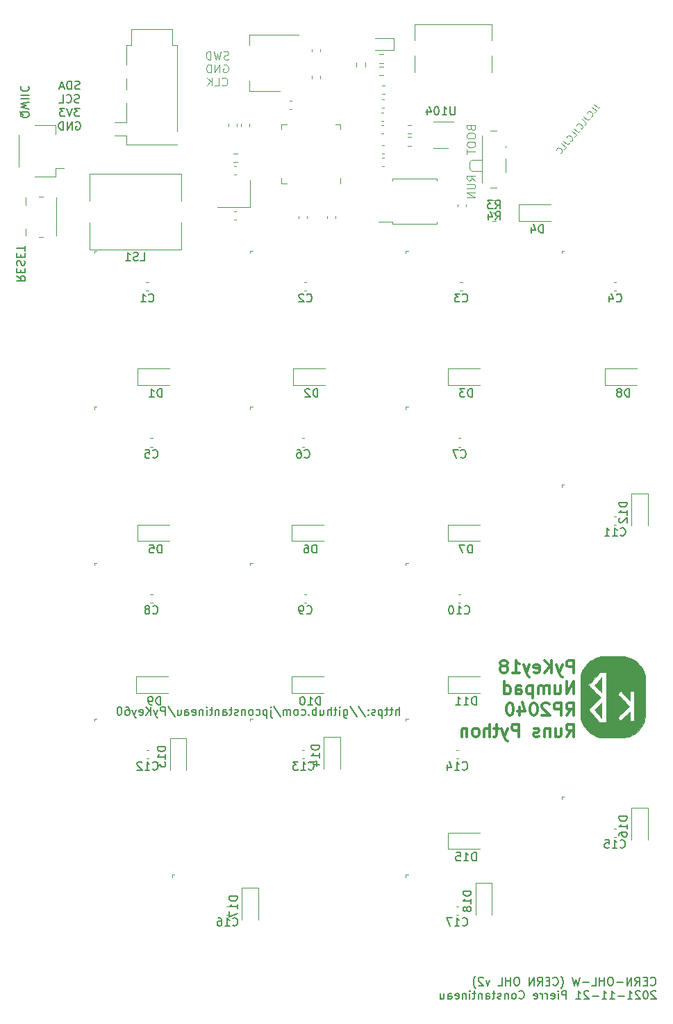
<source format=gbr>
%TF.GenerationSoftware,KiCad,Pcbnew,(5.1.10)-1*%
%TF.CreationDate,2021-11-23T18:56:39-06:00*%
%TF.ProjectId,PyKey18,50794b65-7931-4382-9e6b-696361645f70,1.0*%
%TF.SameCoordinates,Original*%
%TF.FileFunction,Legend,Bot*%
%TF.FilePolarity,Positive*%
%FSLAX46Y46*%
G04 Gerber Fmt 4.6, Leading zero omitted, Abs format (unit mm)*
G04 Created by KiCad (PCBNEW (5.1.10)-1) date 2021-11-23 18:56:39*
%MOMM*%
%LPD*%
G01*
G04 APERTURE LIST*
%ADD10C,0.100000*%
%ADD11C,0.150000*%
%ADD12C,0.300000*%
%ADD13C,0.120000*%
%ADD14C,0.010000*%
G04 APERTURE END LIST*
D10*
X120912174Y-59332201D02*
X121322555Y-59676551D01*
X121427588Y-59718063D01*
X121528219Y-59709258D01*
X121624448Y-59650139D01*
X121670361Y-59595421D01*
X121027573Y-60361466D02*
X121257140Y-60087879D01*
X120682607Y-59605788D01*
X120536679Y-60835368D02*
X120586994Y-60830966D01*
X120683223Y-60771847D01*
X120729136Y-60717129D01*
X120770648Y-60612097D01*
X120761844Y-60511466D01*
X120730083Y-60438194D01*
X120643605Y-60319008D01*
X120561528Y-60250138D01*
X120429137Y-60185670D01*
X120351463Y-60167115D01*
X120250832Y-60175919D01*
X120154603Y-60235039D01*
X120108690Y-60289756D01*
X120067178Y-60394789D01*
X120071580Y-60445105D01*
X119672512Y-60809572D02*
X120082893Y-61153923D01*
X120187926Y-61195434D01*
X120288557Y-61186630D01*
X120384786Y-61127510D01*
X120430699Y-61072793D01*
X119787912Y-61838837D02*
X120017479Y-61565250D01*
X119442945Y-61083159D01*
X119297017Y-62312740D02*
X119347332Y-62308338D01*
X119443561Y-62249218D01*
X119489474Y-62194501D01*
X119530986Y-62089468D01*
X119522182Y-61988837D01*
X119490421Y-61915565D01*
X119403943Y-61796379D01*
X119321867Y-61727509D01*
X119189475Y-61663041D01*
X119111801Y-61644487D01*
X119011170Y-61653291D01*
X118914941Y-61712410D01*
X118869028Y-61767128D01*
X118827516Y-61872160D01*
X118831918Y-61922476D01*
X118432850Y-62286943D02*
X118843231Y-62631294D01*
X118948264Y-62672805D01*
X119048895Y-62664001D01*
X119145124Y-62604882D01*
X119191037Y-62550164D01*
X118548250Y-63316209D02*
X118777817Y-63042621D01*
X118203283Y-62560531D01*
X118057355Y-63790111D02*
X118107670Y-63785709D01*
X118203899Y-63726590D01*
X118249813Y-63671872D01*
X118291324Y-63566839D01*
X118282520Y-63466209D01*
X118250759Y-63392936D01*
X118164281Y-63273751D01*
X118082205Y-63204881D01*
X117949813Y-63140413D01*
X117872139Y-63121858D01*
X117771508Y-63130662D01*
X117675279Y-63189782D01*
X117629366Y-63244499D01*
X117587855Y-63349532D01*
X117592257Y-63399847D01*
X117193189Y-63764315D02*
X117603570Y-64108665D01*
X117708602Y-64150177D01*
X117809233Y-64141373D01*
X117905462Y-64082253D01*
X117951376Y-64027536D01*
X117308588Y-64793580D02*
X117538155Y-64519993D01*
X116963622Y-64037902D01*
X116817693Y-65267483D02*
X116868009Y-65263081D01*
X116964237Y-65203961D01*
X117010151Y-65149244D01*
X117051662Y-65044211D01*
X117042858Y-64943580D01*
X117011097Y-64870308D01*
X116924619Y-64751122D01*
X116842543Y-64682252D01*
X116710151Y-64617784D01*
X116632477Y-64599229D01*
X116531846Y-64608034D01*
X116435617Y-64667153D01*
X116389704Y-64721870D01*
X116348193Y-64826903D01*
X116352595Y-64877219D01*
D11*
X58214285Y-57429761D02*
X58071428Y-57477380D01*
X57833333Y-57477380D01*
X57738095Y-57429761D01*
X57690476Y-57382142D01*
X57642857Y-57286904D01*
X57642857Y-57191666D01*
X57690476Y-57096428D01*
X57738095Y-57048809D01*
X57833333Y-57001190D01*
X58023809Y-56953571D01*
X58119047Y-56905952D01*
X58166666Y-56858333D01*
X58214285Y-56763095D01*
X58214285Y-56667857D01*
X58166666Y-56572619D01*
X58119047Y-56525000D01*
X58023809Y-56477380D01*
X57785714Y-56477380D01*
X57642857Y-56525000D01*
X57214285Y-57477380D02*
X57214285Y-56477380D01*
X56976190Y-56477380D01*
X56833333Y-56525000D01*
X56738095Y-56620238D01*
X56690476Y-56715476D01*
X56642857Y-56905952D01*
X56642857Y-57048809D01*
X56690476Y-57239285D01*
X56738095Y-57334523D01*
X56833333Y-57429761D01*
X56976190Y-57477380D01*
X57214285Y-57477380D01*
X56261904Y-57191666D02*
X55785714Y-57191666D01*
X56357142Y-57477380D02*
X56023809Y-56477380D01*
X55690476Y-57477380D01*
X58190476Y-59079761D02*
X58047619Y-59127380D01*
X57809523Y-59127380D01*
X57714285Y-59079761D01*
X57666666Y-59032142D01*
X57619047Y-58936904D01*
X57619047Y-58841666D01*
X57666666Y-58746428D01*
X57714285Y-58698809D01*
X57809523Y-58651190D01*
X58000000Y-58603571D01*
X58095238Y-58555952D01*
X58142857Y-58508333D01*
X58190476Y-58413095D01*
X58190476Y-58317857D01*
X58142857Y-58222619D01*
X58095238Y-58175000D01*
X58000000Y-58127380D01*
X57761904Y-58127380D01*
X57619047Y-58175000D01*
X56619047Y-59032142D02*
X56666666Y-59079761D01*
X56809523Y-59127380D01*
X56904761Y-59127380D01*
X57047619Y-59079761D01*
X57142857Y-58984523D01*
X57190476Y-58889285D01*
X57238095Y-58698809D01*
X57238095Y-58555952D01*
X57190476Y-58365476D01*
X57142857Y-58270238D01*
X57047619Y-58175000D01*
X56904761Y-58127380D01*
X56809523Y-58127380D01*
X56666666Y-58175000D01*
X56619047Y-58222619D01*
X55714285Y-59127380D02*
X56190476Y-59127380D01*
X56190476Y-58127380D01*
X58238095Y-59777380D02*
X57619047Y-59777380D01*
X57952380Y-60158333D01*
X57809523Y-60158333D01*
X57714285Y-60205952D01*
X57666666Y-60253571D01*
X57619047Y-60348809D01*
X57619047Y-60586904D01*
X57666666Y-60682142D01*
X57714285Y-60729761D01*
X57809523Y-60777380D01*
X58095238Y-60777380D01*
X58190476Y-60729761D01*
X58238095Y-60682142D01*
X57333333Y-59777380D02*
X57000000Y-60777380D01*
X56666666Y-59777380D01*
X56428571Y-59777380D02*
X55809523Y-59777380D01*
X56142857Y-60158333D01*
X56000000Y-60158333D01*
X55904761Y-60205952D01*
X55857142Y-60253571D01*
X55809523Y-60348809D01*
X55809523Y-60586904D01*
X55857142Y-60682142D01*
X55904761Y-60729761D01*
X56000000Y-60777380D01*
X56285714Y-60777380D01*
X56380952Y-60729761D01*
X56428571Y-60682142D01*
X57761904Y-61475000D02*
X57857142Y-61427380D01*
X58000000Y-61427380D01*
X58142857Y-61475000D01*
X58238095Y-61570238D01*
X58285714Y-61665476D01*
X58333333Y-61855952D01*
X58333333Y-61998809D01*
X58285714Y-62189285D01*
X58238095Y-62284523D01*
X58142857Y-62379761D01*
X58000000Y-62427380D01*
X57904761Y-62427380D01*
X57761904Y-62379761D01*
X57714285Y-62332142D01*
X57714285Y-61998809D01*
X57904761Y-61998809D01*
X57285714Y-62427380D02*
X57285714Y-61427380D01*
X56714285Y-62427380D01*
X56714285Y-61427380D01*
X56238095Y-62427380D02*
X56238095Y-61427380D01*
X56000000Y-61427380D01*
X55857142Y-61475000D01*
X55761904Y-61570238D01*
X55714285Y-61665476D01*
X55666666Y-61855952D01*
X55666666Y-61998809D01*
X55714285Y-62189285D01*
X55761904Y-62284523D01*
X55857142Y-62379761D01*
X56000000Y-62427380D01*
X56238095Y-62427380D01*
X50952380Y-60166666D02*
X51000000Y-60261904D01*
X51095238Y-60357142D01*
X51238095Y-60500000D01*
X51285714Y-60595238D01*
X51285714Y-60690476D01*
X51047619Y-60642857D02*
X51095238Y-60738095D01*
X51190476Y-60833333D01*
X51380952Y-60880952D01*
X51714285Y-60880952D01*
X51904761Y-60833333D01*
X52000000Y-60738095D01*
X52047619Y-60642857D01*
X52047619Y-60452380D01*
X52000000Y-60357142D01*
X51904761Y-60261904D01*
X51714285Y-60214285D01*
X51380952Y-60214285D01*
X51190476Y-60261904D01*
X51095238Y-60357142D01*
X51047619Y-60452380D01*
X51047619Y-60642857D01*
X52047619Y-59880952D02*
X51047619Y-59642857D01*
X51761904Y-59452380D01*
X51047619Y-59261904D01*
X52047619Y-59023809D01*
X51047619Y-58642857D02*
X52047619Y-58642857D01*
X51047619Y-58166666D02*
X52047619Y-58166666D01*
X51142857Y-57119047D02*
X51095238Y-57166666D01*
X51047619Y-57309523D01*
X51047619Y-57404761D01*
X51095238Y-57547619D01*
X51190476Y-57642857D01*
X51285714Y-57690476D01*
X51476190Y-57738095D01*
X51619047Y-57738095D01*
X51809523Y-57690476D01*
X51904761Y-57642857D01*
X52000000Y-57547619D01*
X52047619Y-57404761D01*
X52047619Y-57309523D01*
X52000000Y-57166666D01*
X51952380Y-57119047D01*
D12*
X118442142Y-128560428D02*
X118442142Y-127036428D01*
X117861571Y-127036428D01*
X117716428Y-127109000D01*
X117643857Y-127181571D01*
X117571285Y-127326714D01*
X117571285Y-127544428D01*
X117643857Y-127689571D01*
X117716428Y-127762142D01*
X117861571Y-127834714D01*
X118442142Y-127834714D01*
X117063285Y-127544428D02*
X116700428Y-128560428D01*
X116337571Y-127544428D02*
X116700428Y-128560428D01*
X116845571Y-128923285D01*
X116918142Y-128995857D01*
X117063285Y-129068428D01*
X115757000Y-128560428D02*
X115757000Y-127036428D01*
X114886142Y-128560428D02*
X115539285Y-127689571D01*
X114886142Y-127036428D02*
X115757000Y-127907285D01*
X113652428Y-128487857D02*
X113797571Y-128560428D01*
X114087857Y-128560428D01*
X114233000Y-128487857D01*
X114305571Y-128342714D01*
X114305571Y-127762142D01*
X114233000Y-127617000D01*
X114087857Y-127544428D01*
X113797571Y-127544428D01*
X113652428Y-127617000D01*
X113579857Y-127762142D01*
X113579857Y-127907285D01*
X114305571Y-128052428D01*
X113071857Y-127544428D02*
X112709000Y-128560428D01*
X112346142Y-127544428D02*
X112709000Y-128560428D01*
X112854142Y-128923285D01*
X112926714Y-128995857D01*
X113071857Y-129068428D01*
X110967285Y-128560428D02*
X111838142Y-128560428D01*
X111402714Y-128560428D02*
X111402714Y-127036428D01*
X111547857Y-127254142D01*
X111693000Y-127399285D01*
X111838142Y-127471857D01*
X110096428Y-127689571D02*
X110241571Y-127617000D01*
X110314142Y-127544428D01*
X110386714Y-127399285D01*
X110386714Y-127326714D01*
X110314142Y-127181571D01*
X110241571Y-127109000D01*
X110096428Y-127036428D01*
X109806142Y-127036428D01*
X109661000Y-127109000D01*
X109588428Y-127181571D01*
X109515857Y-127326714D01*
X109515857Y-127399285D01*
X109588428Y-127544428D01*
X109661000Y-127617000D01*
X109806142Y-127689571D01*
X110096428Y-127689571D01*
X110241571Y-127762142D01*
X110314142Y-127834714D01*
X110386714Y-127979857D01*
X110386714Y-128270142D01*
X110314142Y-128415285D01*
X110241571Y-128487857D01*
X110096428Y-128560428D01*
X109806142Y-128560428D01*
X109661000Y-128487857D01*
X109588428Y-128415285D01*
X109515857Y-128270142D01*
X109515857Y-127979857D01*
X109588428Y-127834714D01*
X109661000Y-127762142D01*
X109806142Y-127689571D01*
X118442142Y-131146428D02*
X118442142Y-129622428D01*
X117571285Y-131146428D01*
X117571285Y-129622428D01*
X116192428Y-130130428D02*
X116192428Y-131146428D01*
X116845571Y-130130428D02*
X116845571Y-130928714D01*
X116773000Y-131073857D01*
X116627857Y-131146428D01*
X116410142Y-131146428D01*
X116265000Y-131073857D01*
X116192428Y-131001285D01*
X115466714Y-131146428D02*
X115466714Y-130130428D01*
X115466714Y-130275571D02*
X115394142Y-130203000D01*
X115249000Y-130130428D01*
X115031285Y-130130428D01*
X114886142Y-130203000D01*
X114813571Y-130348142D01*
X114813571Y-131146428D01*
X114813571Y-130348142D02*
X114741000Y-130203000D01*
X114595857Y-130130428D01*
X114378142Y-130130428D01*
X114233000Y-130203000D01*
X114160428Y-130348142D01*
X114160428Y-131146428D01*
X113434714Y-130130428D02*
X113434714Y-131654428D01*
X113434714Y-130203000D02*
X113289571Y-130130428D01*
X112999285Y-130130428D01*
X112854142Y-130203000D01*
X112781571Y-130275571D01*
X112709000Y-130420714D01*
X112709000Y-130856142D01*
X112781571Y-131001285D01*
X112854142Y-131073857D01*
X112999285Y-131146428D01*
X113289571Y-131146428D01*
X113434714Y-131073857D01*
X111402714Y-131146428D02*
X111402714Y-130348142D01*
X111475285Y-130203000D01*
X111620428Y-130130428D01*
X111910714Y-130130428D01*
X112055857Y-130203000D01*
X111402714Y-131073857D02*
X111547857Y-131146428D01*
X111910714Y-131146428D01*
X112055857Y-131073857D01*
X112128428Y-130928714D01*
X112128428Y-130783571D01*
X112055857Y-130638428D01*
X111910714Y-130565857D01*
X111547857Y-130565857D01*
X111402714Y-130493285D01*
X110023857Y-131146428D02*
X110023857Y-129622428D01*
X110023857Y-131073857D02*
X110169000Y-131146428D01*
X110459285Y-131146428D01*
X110604428Y-131073857D01*
X110677000Y-131001285D01*
X110749571Y-130856142D01*
X110749571Y-130420714D01*
X110677000Y-130275571D01*
X110604428Y-130203000D01*
X110459285Y-130130428D01*
X110169000Y-130130428D01*
X110023857Y-130203000D01*
X117571285Y-133732428D02*
X118079285Y-133006714D01*
X118442142Y-133732428D02*
X118442142Y-132208428D01*
X117861571Y-132208428D01*
X117716428Y-132281000D01*
X117643857Y-132353571D01*
X117571285Y-132498714D01*
X117571285Y-132716428D01*
X117643857Y-132861571D01*
X117716428Y-132934142D01*
X117861571Y-133006714D01*
X118442142Y-133006714D01*
X116918142Y-133732428D02*
X116918142Y-132208428D01*
X116337571Y-132208428D01*
X116192428Y-132281000D01*
X116119857Y-132353571D01*
X116047285Y-132498714D01*
X116047285Y-132716428D01*
X116119857Y-132861571D01*
X116192428Y-132934142D01*
X116337571Y-133006714D01*
X116918142Y-133006714D01*
X115466714Y-132353571D02*
X115394142Y-132281000D01*
X115249000Y-132208428D01*
X114886142Y-132208428D01*
X114741000Y-132281000D01*
X114668428Y-132353571D01*
X114595857Y-132498714D01*
X114595857Y-132643857D01*
X114668428Y-132861571D01*
X115539285Y-133732428D01*
X114595857Y-133732428D01*
X113652428Y-132208428D02*
X113507285Y-132208428D01*
X113362142Y-132281000D01*
X113289571Y-132353571D01*
X113217000Y-132498714D01*
X113144428Y-132789000D01*
X113144428Y-133151857D01*
X113217000Y-133442142D01*
X113289571Y-133587285D01*
X113362142Y-133659857D01*
X113507285Y-133732428D01*
X113652428Y-133732428D01*
X113797571Y-133659857D01*
X113870142Y-133587285D01*
X113942714Y-133442142D01*
X114015285Y-133151857D01*
X114015285Y-132789000D01*
X113942714Y-132498714D01*
X113870142Y-132353571D01*
X113797571Y-132281000D01*
X113652428Y-132208428D01*
X111838142Y-132716428D02*
X111838142Y-133732428D01*
X112201000Y-132135857D02*
X112563857Y-133224428D01*
X111620428Y-133224428D01*
X110749571Y-132208428D02*
X110604428Y-132208428D01*
X110459285Y-132281000D01*
X110386714Y-132353571D01*
X110314142Y-132498714D01*
X110241571Y-132789000D01*
X110241571Y-133151857D01*
X110314142Y-133442142D01*
X110386714Y-133587285D01*
X110459285Y-133659857D01*
X110604428Y-133732428D01*
X110749571Y-133732428D01*
X110894714Y-133659857D01*
X110967285Y-133587285D01*
X111039857Y-133442142D01*
X111112428Y-133151857D01*
X111112428Y-132789000D01*
X111039857Y-132498714D01*
X110967285Y-132353571D01*
X110894714Y-132281000D01*
X110749571Y-132208428D01*
X117571285Y-136318428D02*
X118079285Y-135592714D01*
X118442142Y-136318428D02*
X118442142Y-134794428D01*
X117861571Y-134794428D01*
X117716428Y-134867000D01*
X117643857Y-134939571D01*
X117571285Y-135084714D01*
X117571285Y-135302428D01*
X117643857Y-135447571D01*
X117716428Y-135520142D01*
X117861571Y-135592714D01*
X118442142Y-135592714D01*
X116265000Y-135302428D02*
X116265000Y-136318428D01*
X116918142Y-135302428D02*
X116918142Y-136100714D01*
X116845571Y-136245857D01*
X116700428Y-136318428D01*
X116482714Y-136318428D01*
X116337571Y-136245857D01*
X116265000Y-136173285D01*
X115539285Y-135302428D02*
X115539285Y-136318428D01*
X115539285Y-135447571D02*
X115466714Y-135375000D01*
X115321571Y-135302428D01*
X115103857Y-135302428D01*
X114958714Y-135375000D01*
X114886142Y-135520142D01*
X114886142Y-136318428D01*
X114233000Y-136245857D02*
X114087857Y-136318428D01*
X113797571Y-136318428D01*
X113652428Y-136245857D01*
X113579857Y-136100714D01*
X113579857Y-136028142D01*
X113652428Y-135883000D01*
X113797571Y-135810428D01*
X114015285Y-135810428D01*
X114160428Y-135737857D01*
X114233000Y-135592714D01*
X114233000Y-135520142D01*
X114160428Y-135375000D01*
X114015285Y-135302428D01*
X113797571Y-135302428D01*
X113652428Y-135375000D01*
X111765571Y-136318428D02*
X111765571Y-134794428D01*
X111185000Y-134794428D01*
X111039857Y-134867000D01*
X110967285Y-134939571D01*
X110894714Y-135084714D01*
X110894714Y-135302428D01*
X110967285Y-135447571D01*
X111039857Y-135520142D01*
X111185000Y-135592714D01*
X111765571Y-135592714D01*
X110386714Y-135302428D02*
X110023857Y-136318428D01*
X109661000Y-135302428D02*
X110023857Y-136318428D01*
X110169000Y-136681285D01*
X110241571Y-136753857D01*
X110386714Y-136826428D01*
X109298142Y-135302428D02*
X108717571Y-135302428D01*
X109080428Y-134794428D02*
X109080428Y-136100714D01*
X109007857Y-136245857D01*
X108862714Y-136318428D01*
X108717571Y-136318428D01*
X108209571Y-136318428D02*
X108209571Y-134794428D01*
X107556428Y-136318428D02*
X107556428Y-135520142D01*
X107629000Y-135375000D01*
X107774142Y-135302428D01*
X107991857Y-135302428D01*
X108137000Y-135375000D01*
X108209571Y-135447571D01*
X106613000Y-136318428D02*
X106758142Y-136245857D01*
X106830714Y-136173285D01*
X106903285Y-136028142D01*
X106903285Y-135592714D01*
X106830714Y-135447571D01*
X106758142Y-135375000D01*
X106613000Y-135302428D01*
X106395285Y-135302428D01*
X106250142Y-135375000D01*
X106177571Y-135447571D01*
X106105000Y-135592714D01*
X106105000Y-136028142D01*
X106177571Y-136173285D01*
X106250142Y-136245857D01*
X106395285Y-136318428D01*
X106613000Y-136318428D01*
X105451857Y-135302428D02*
X105451857Y-136318428D01*
X105451857Y-135447571D02*
X105379285Y-135375000D01*
X105234142Y-135302428D01*
X105016428Y-135302428D01*
X104871285Y-135375000D01*
X104798714Y-135520142D01*
X104798714Y-136318428D01*
D11*
X97166666Y-133702380D02*
X97166666Y-132702380D01*
X96738095Y-133702380D02*
X96738095Y-133178571D01*
X96785714Y-133083333D01*
X96880952Y-133035714D01*
X97023809Y-133035714D01*
X97119047Y-133083333D01*
X97166666Y-133130952D01*
X96404761Y-133035714D02*
X96023809Y-133035714D01*
X96261904Y-132702380D02*
X96261904Y-133559523D01*
X96214285Y-133654761D01*
X96119047Y-133702380D01*
X96023809Y-133702380D01*
X95833333Y-133035714D02*
X95452380Y-133035714D01*
X95690476Y-132702380D02*
X95690476Y-133559523D01*
X95642857Y-133654761D01*
X95547619Y-133702380D01*
X95452380Y-133702380D01*
X95119047Y-133035714D02*
X95119047Y-134035714D01*
X95119047Y-133083333D02*
X95023809Y-133035714D01*
X94833333Y-133035714D01*
X94738095Y-133083333D01*
X94690476Y-133130952D01*
X94642857Y-133226190D01*
X94642857Y-133511904D01*
X94690476Y-133607142D01*
X94738095Y-133654761D01*
X94833333Y-133702380D01*
X95023809Y-133702380D01*
X95119047Y-133654761D01*
X94261904Y-133654761D02*
X94166666Y-133702380D01*
X93976190Y-133702380D01*
X93880952Y-133654761D01*
X93833333Y-133559523D01*
X93833333Y-133511904D01*
X93880952Y-133416666D01*
X93976190Y-133369047D01*
X94119047Y-133369047D01*
X94214285Y-133321428D01*
X94261904Y-133226190D01*
X94261904Y-133178571D01*
X94214285Y-133083333D01*
X94119047Y-133035714D01*
X93976190Y-133035714D01*
X93880952Y-133083333D01*
X93404761Y-133607142D02*
X93357142Y-133654761D01*
X93404761Y-133702380D01*
X93452380Y-133654761D01*
X93404761Y-133607142D01*
X93404761Y-133702380D01*
X93404761Y-133083333D02*
X93357142Y-133130952D01*
X93404761Y-133178571D01*
X93452380Y-133130952D01*
X93404761Y-133083333D01*
X93404761Y-133178571D01*
X92214285Y-132654761D02*
X93071428Y-133940476D01*
X91166666Y-132654761D02*
X92023809Y-133940476D01*
X90404761Y-133035714D02*
X90404761Y-133845238D01*
X90452380Y-133940476D01*
X90500000Y-133988095D01*
X90595238Y-134035714D01*
X90738095Y-134035714D01*
X90833333Y-133988095D01*
X90404761Y-133654761D02*
X90500000Y-133702380D01*
X90690476Y-133702380D01*
X90785714Y-133654761D01*
X90833333Y-133607142D01*
X90880952Y-133511904D01*
X90880952Y-133226190D01*
X90833333Y-133130952D01*
X90785714Y-133083333D01*
X90690476Y-133035714D01*
X90500000Y-133035714D01*
X90404761Y-133083333D01*
X89928571Y-133702380D02*
X89928571Y-133035714D01*
X89928571Y-132702380D02*
X89976190Y-132750000D01*
X89928571Y-132797619D01*
X89880952Y-132750000D01*
X89928571Y-132702380D01*
X89928571Y-132797619D01*
X89595238Y-133035714D02*
X89214285Y-133035714D01*
X89452380Y-132702380D02*
X89452380Y-133559523D01*
X89404761Y-133654761D01*
X89309523Y-133702380D01*
X89214285Y-133702380D01*
X88880952Y-133702380D02*
X88880952Y-132702380D01*
X88452380Y-133702380D02*
X88452380Y-133178571D01*
X88500000Y-133083333D01*
X88595238Y-133035714D01*
X88738095Y-133035714D01*
X88833333Y-133083333D01*
X88880952Y-133130952D01*
X87547619Y-133035714D02*
X87547619Y-133702380D01*
X87976190Y-133035714D02*
X87976190Y-133559523D01*
X87928571Y-133654761D01*
X87833333Y-133702380D01*
X87690476Y-133702380D01*
X87595238Y-133654761D01*
X87547619Y-133607142D01*
X87071428Y-133702380D02*
X87071428Y-132702380D01*
X87071428Y-133083333D02*
X86976190Y-133035714D01*
X86785714Y-133035714D01*
X86690476Y-133083333D01*
X86642857Y-133130952D01*
X86595238Y-133226190D01*
X86595238Y-133511904D01*
X86642857Y-133607142D01*
X86690476Y-133654761D01*
X86785714Y-133702380D01*
X86976190Y-133702380D01*
X87071428Y-133654761D01*
X86166666Y-133607142D02*
X86119047Y-133654761D01*
X86166666Y-133702380D01*
X86214285Y-133654761D01*
X86166666Y-133607142D01*
X86166666Y-133702380D01*
X85261904Y-133654761D02*
X85357142Y-133702380D01*
X85547619Y-133702380D01*
X85642857Y-133654761D01*
X85690476Y-133607142D01*
X85738095Y-133511904D01*
X85738095Y-133226190D01*
X85690476Y-133130952D01*
X85642857Y-133083333D01*
X85547619Y-133035714D01*
X85357142Y-133035714D01*
X85261904Y-133083333D01*
X84690476Y-133702380D02*
X84785714Y-133654761D01*
X84833333Y-133607142D01*
X84880952Y-133511904D01*
X84880952Y-133226190D01*
X84833333Y-133130952D01*
X84785714Y-133083333D01*
X84690476Y-133035714D01*
X84547619Y-133035714D01*
X84452380Y-133083333D01*
X84404761Y-133130952D01*
X84357142Y-133226190D01*
X84357142Y-133511904D01*
X84404761Y-133607142D01*
X84452380Y-133654761D01*
X84547619Y-133702380D01*
X84690476Y-133702380D01*
X83928571Y-133702380D02*
X83928571Y-133035714D01*
X83928571Y-133130952D02*
X83880952Y-133083333D01*
X83785714Y-133035714D01*
X83642857Y-133035714D01*
X83547619Y-133083333D01*
X83500000Y-133178571D01*
X83500000Y-133702380D01*
X83500000Y-133178571D02*
X83452380Y-133083333D01*
X83357142Y-133035714D01*
X83214285Y-133035714D01*
X83119047Y-133083333D01*
X83071428Y-133178571D01*
X83071428Y-133702380D01*
X81880952Y-132654761D02*
X82738095Y-133940476D01*
X81547619Y-133035714D02*
X81547619Y-133892857D01*
X81595238Y-133988095D01*
X81690476Y-134035714D01*
X81738095Y-134035714D01*
X81547619Y-132702380D02*
X81595238Y-132750000D01*
X81547619Y-132797619D01*
X81500000Y-132750000D01*
X81547619Y-132702380D01*
X81547619Y-132797619D01*
X81071428Y-133035714D02*
X81071428Y-134035714D01*
X81071428Y-133083333D02*
X80976190Y-133035714D01*
X80785714Y-133035714D01*
X80690476Y-133083333D01*
X80642857Y-133130952D01*
X80595238Y-133226190D01*
X80595238Y-133511904D01*
X80642857Y-133607142D01*
X80690476Y-133654761D01*
X80785714Y-133702380D01*
X80976190Y-133702380D01*
X81071428Y-133654761D01*
X79738095Y-133654761D02*
X79833333Y-133702380D01*
X80023809Y-133702380D01*
X80119047Y-133654761D01*
X80166666Y-133607142D01*
X80214285Y-133511904D01*
X80214285Y-133226190D01*
X80166666Y-133130952D01*
X80119047Y-133083333D01*
X80023809Y-133035714D01*
X79833333Y-133035714D01*
X79738095Y-133083333D01*
X79166666Y-133702380D02*
X79261904Y-133654761D01*
X79309523Y-133607142D01*
X79357142Y-133511904D01*
X79357142Y-133226190D01*
X79309523Y-133130952D01*
X79261904Y-133083333D01*
X79166666Y-133035714D01*
X79023809Y-133035714D01*
X78928571Y-133083333D01*
X78880952Y-133130952D01*
X78833333Y-133226190D01*
X78833333Y-133511904D01*
X78880952Y-133607142D01*
X78928571Y-133654761D01*
X79023809Y-133702380D01*
X79166666Y-133702380D01*
X78404761Y-133035714D02*
X78404761Y-133702380D01*
X78404761Y-133130952D02*
X78357142Y-133083333D01*
X78261904Y-133035714D01*
X78119047Y-133035714D01*
X78023809Y-133083333D01*
X77976190Y-133178571D01*
X77976190Y-133702380D01*
X77547619Y-133654761D02*
X77452380Y-133702380D01*
X77261904Y-133702380D01*
X77166666Y-133654761D01*
X77119047Y-133559523D01*
X77119047Y-133511904D01*
X77166666Y-133416666D01*
X77261904Y-133369047D01*
X77404761Y-133369047D01*
X77500000Y-133321428D01*
X77547619Y-133226190D01*
X77547619Y-133178571D01*
X77500000Y-133083333D01*
X77404761Y-133035714D01*
X77261904Y-133035714D01*
X77166666Y-133083333D01*
X76833333Y-133035714D02*
X76452380Y-133035714D01*
X76690476Y-132702380D02*
X76690476Y-133559523D01*
X76642857Y-133654761D01*
X76547619Y-133702380D01*
X76452380Y-133702380D01*
X75690476Y-133702380D02*
X75690476Y-133178571D01*
X75738095Y-133083333D01*
X75833333Y-133035714D01*
X76023809Y-133035714D01*
X76119047Y-133083333D01*
X75690476Y-133654761D02*
X75785714Y-133702380D01*
X76023809Y-133702380D01*
X76119047Y-133654761D01*
X76166666Y-133559523D01*
X76166666Y-133464285D01*
X76119047Y-133369047D01*
X76023809Y-133321428D01*
X75785714Y-133321428D01*
X75690476Y-133273809D01*
X75214285Y-133035714D02*
X75214285Y-133702380D01*
X75214285Y-133130952D02*
X75166666Y-133083333D01*
X75071428Y-133035714D01*
X74928571Y-133035714D01*
X74833333Y-133083333D01*
X74785714Y-133178571D01*
X74785714Y-133702380D01*
X74452380Y-133035714D02*
X74071428Y-133035714D01*
X74309523Y-132702380D02*
X74309523Y-133559523D01*
X74261904Y-133654761D01*
X74166666Y-133702380D01*
X74071428Y-133702380D01*
X73738095Y-133702380D02*
X73738095Y-133035714D01*
X73738095Y-132702380D02*
X73785714Y-132750000D01*
X73738095Y-132797619D01*
X73690476Y-132750000D01*
X73738095Y-132702380D01*
X73738095Y-132797619D01*
X73261904Y-133035714D02*
X73261904Y-133702380D01*
X73261904Y-133130952D02*
X73214285Y-133083333D01*
X73119047Y-133035714D01*
X72976190Y-133035714D01*
X72880952Y-133083333D01*
X72833333Y-133178571D01*
X72833333Y-133702380D01*
X71976190Y-133654761D02*
X72071428Y-133702380D01*
X72261904Y-133702380D01*
X72357142Y-133654761D01*
X72404761Y-133559523D01*
X72404761Y-133178571D01*
X72357142Y-133083333D01*
X72261904Y-133035714D01*
X72071428Y-133035714D01*
X71976190Y-133083333D01*
X71928571Y-133178571D01*
X71928571Y-133273809D01*
X72404761Y-133369047D01*
X71071428Y-133702380D02*
X71071428Y-133178571D01*
X71119047Y-133083333D01*
X71214285Y-133035714D01*
X71404761Y-133035714D01*
X71500000Y-133083333D01*
X71071428Y-133654761D02*
X71166666Y-133702380D01*
X71404761Y-133702380D01*
X71500000Y-133654761D01*
X71547619Y-133559523D01*
X71547619Y-133464285D01*
X71500000Y-133369047D01*
X71404761Y-133321428D01*
X71166666Y-133321428D01*
X71071428Y-133273809D01*
X70166666Y-133035714D02*
X70166666Y-133702380D01*
X70595238Y-133035714D02*
X70595238Y-133559523D01*
X70547619Y-133654761D01*
X70452380Y-133702380D01*
X70309523Y-133702380D01*
X70214285Y-133654761D01*
X70166666Y-133607142D01*
X68976190Y-132654761D02*
X69833333Y-133940476D01*
X68642857Y-133702380D02*
X68642857Y-132702380D01*
X68261904Y-132702380D01*
X68166666Y-132750000D01*
X68119047Y-132797619D01*
X68071428Y-132892857D01*
X68071428Y-133035714D01*
X68119047Y-133130952D01*
X68166666Y-133178571D01*
X68261904Y-133226190D01*
X68642857Y-133226190D01*
X67738095Y-133035714D02*
X67500000Y-133702380D01*
X67261904Y-133035714D02*
X67500000Y-133702380D01*
X67595238Y-133940476D01*
X67642857Y-133988095D01*
X67738095Y-134035714D01*
X66880952Y-133702380D02*
X66880952Y-132702380D01*
X66309523Y-133702380D02*
X66738095Y-133130952D01*
X66309523Y-132702380D02*
X66880952Y-133273809D01*
X65500000Y-133654761D02*
X65595238Y-133702380D01*
X65785714Y-133702380D01*
X65880952Y-133654761D01*
X65928571Y-133559523D01*
X65928571Y-133178571D01*
X65880952Y-133083333D01*
X65785714Y-133035714D01*
X65595238Y-133035714D01*
X65500000Y-133083333D01*
X65452380Y-133178571D01*
X65452380Y-133273809D01*
X65928571Y-133369047D01*
X65119047Y-133035714D02*
X64880952Y-133702380D01*
X64642857Y-133035714D02*
X64880952Y-133702380D01*
X64976190Y-133940476D01*
X65023809Y-133988095D01*
X65119047Y-134035714D01*
X63833333Y-132702380D02*
X64023809Y-132702380D01*
X64119047Y-132750000D01*
X64166666Y-132797619D01*
X64261904Y-132940476D01*
X64309523Y-133130952D01*
X64309523Y-133511904D01*
X64261904Y-133607142D01*
X64214285Y-133654761D01*
X64119047Y-133702380D01*
X63928571Y-133702380D01*
X63833333Y-133654761D01*
X63785714Y-133607142D01*
X63738095Y-133511904D01*
X63738095Y-133273809D01*
X63785714Y-133178571D01*
X63833333Y-133130952D01*
X63928571Y-133083333D01*
X64119047Y-133083333D01*
X64214285Y-133130952D01*
X64261904Y-133178571D01*
X64309523Y-133273809D01*
X63119047Y-132702380D02*
X63023809Y-132702380D01*
X62928571Y-132750000D01*
X62880952Y-132797619D01*
X62833333Y-132892857D01*
X62785714Y-133083333D01*
X62785714Y-133321428D01*
X62833333Y-133511904D01*
X62880952Y-133607142D01*
X62928571Y-133654761D01*
X63023809Y-133702380D01*
X63119047Y-133702380D01*
X63214285Y-133654761D01*
X63261904Y-133607142D01*
X63309523Y-133511904D01*
X63357142Y-133321428D01*
X63357142Y-133083333D01*
X63309523Y-132892857D01*
X63261904Y-132797619D01*
X63214285Y-132750000D01*
X63119047Y-132702380D01*
X127842976Y-166532142D02*
X127890595Y-166579761D01*
X128033452Y-166627380D01*
X128128690Y-166627380D01*
X128271547Y-166579761D01*
X128366785Y-166484523D01*
X128414404Y-166389285D01*
X128462023Y-166198809D01*
X128462023Y-166055952D01*
X128414404Y-165865476D01*
X128366785Y-165770238D01*
X128271547Y-165675000D01*
X128128690Y-165627380D01*
X128033452Y-165627380D01*
X127890595Y-165675000D01*
X127842976Y-165722619D01*
X127414404Y-166103571D02*
X127081071Y-166103571D01*
X126938214Y-166627380D02*
X127414404Y-166627380D01*
X127414404Y-165627380D01*
X126938214Y-165627380D01*
X125938214Y-166627380D02*
X126271547Y-166151190D01*
X126509642Y-166627380D02*
X126509642Y-165627380D01*
X126128690Y-165627380D01*
X126033452Y-165675000D01*
X125985833Y-165722619D01*
X125938214Y-165817857D01*
X125938214Y-165960714D01*
X125985833Y-166055952D01*
X126033452Y-166103571D01*
X126128690Y-166151190D01*
X126509642Y-166151190D01*
X125509642Y-166627380D02*
X125509642Y-165627380D01*
X124938214Y-166627380D01*
X124938214Y-165627380D01*
X124462023Y-166246428D02*
X123700119Y-166246428D01*
X123033452Y-165627380D02*
X122842976Y-165627380D01*
X122747738Y-165675000D01*
X122652500Y-165770238D01*
X122604880Y-165960714D01*
X122604880Y-166294047D01*
X122652500Y-166484523D01*
X122747738Y-166579761D01*
X122842976Y-166627380D01*
X123033452Y-166627380D01*
X123128690Y-166579761D01*
X123223928Y-166484523D01*
X123271547Y-166294047D01*
X123271547Y-165960714D01*
X123223928Y-165770238D01*
X123128690Y-165675000D01*
X123033452Y-165627380D01*
X122176309Y-166627380D02*
X122176309Y-165627380D01*
X122176309Y-166103571D02*
X121604880Y-166103571D01*
X121604880Y-166627380D02*
X121604880Y-165627380D01*
X120652500Y-166627380D02*
X121128690Y-166627380D01*
X121128690Y-165627380D01*
X120319166Y-166246428D02*
X119557261Y-166246428D01*
X119176309Y-165627380D02*
X118938214Y-166627380D01*
X118747738Y-165913095D01*
X118557261Y-166627380D01*
X118319166Y-165627380D01*
X116890595Y-167008333D02*
X116938214Y-166960714D01*
X117033452Y-166817857D01*
X117081071Y-166722619D01*
X117128690Y-166579761D01*
X117176309Y-166341666D01*
X117176309Y-166151190D01*
X117128690Y-165913095D01*
X117081071Y-165770238D01*
X117033452Y-165675000D01*
X116938214Y-165532142D01*
X116890595Y-165484523D01*
X115938214Y-166532142D02*
X115985833Y-166579761D01*
X116128690Y-166627380D01*
X116223928Y-166627380D01*
X116366785Y-166579761D01*
X116462023Y-166484523D01*
X116509642Y-166389285D01*
X116557261Y-166198809D01*
X116557261Y-166055952D01*
X116509642Y-165865476D01*
X116462023Y-165770238D01*
X116366785Y-165675000D01*
X116223928Y-165627380D01*
X116128690Y-165627380D01*
X115985833Y-165675000D01*
X115938214Y-165722619D01*
X115509642Y-166103571D02*
X115176309Y-166103571D01*
X115033452Y-166627380D02*
X115509642Y-166627380D01*
X115509642Y-165627380D01*
X115033452Y-165627380D01*
X114033452Y-166627380D02*
X114366785Y-166151190D01*
X114604880Y-166627380D02*
X114604880Y-165627380D01*
X114223928Y-165627380D01*
X114128690Y-165675000D01*
X114081071Y-165722619D01*
X114033452Y-165817857D01*
X114033452Y-165960714D01*
X114081071Y-166055952D01*
X114128690Y-166103571D01*
X114223928Y-166151190D01*
X114604880Y-166151190D01*
X113604880Y-166627380D02*
X113604880Y-165627380D01*
X113033452Y-166627380D01*
X113033452Y-165627380D01*
X111604880Y-165627380D02*
X111414404Y-165627380D01*
X111319166Y-165675000D01*
X111223928Y-165770238D01*
X111176309Y-165960714D01*
X111176309Y-166294047D01*
X111223928Y-166484523D01*
X111319166Y-166579761D01*
X111414404Y-166627380D01*
X111604880Y-166627380D01*
X111700119Y-166579761D01*
X111795357Y-166484523D01*
X111842976Y-166294047D01*
X111842976Y-165960714D01*
X111795357Y-165770238D01*
X111700119Y-165675000D01*
X111604880Y-165627380D01*
X110747738Y-166627380D02*
X110747738Y-165627380D01*
X110747738Y-166103571D02*
X110176309Y-166103571D01*
X110176309Y-166627380D02*
X110176309Y-165627380D01*
X109223928Y-166627380D02*
X109700119Y-166627380D01*
X109700119Y-165627380D01*
X108223928Y-165960714D02*
X107985833Y-166627380D01*
X107747738Y-165960714D01*
X107414404Y-165722619D02*
X107366785Y-165675000D01*
X107271547Y-165627380D01*
X107033452Y-165627380D01*
X106938214Y-165675000D01*
X106890595Y-165722619D01*
X106842976Y-165817857D01*
X106842976Y-165913095D01*
X106890595Y-166055952D01*
X107462023Y-166627380D01*
X106842976Y-166627380D01*
X106509642Y-167008333D02*
X106462023Y-166960714D01*
X106366785Y-166817857D01*
X106319166Y-166722619D01*
X106271547Y-166579761D01*
X106223928Y-166341666D01*
X106223928Y-166151190D01*
X106271547Y-165913095D01*
X106319166Y-165770238D01*
X106366785Y-165675000D01*
X106462023Y-165532142D01*
X106509642Y-165484523D01*
X128462023Y-167372619D02*
X128414404Y-167325000D01*
X128319166Y-167277380D01*
X128081071Y-167277380D01*
X127985833Y-167325000D01*
X127938214Y-167372619D01*
X127890595Y-167467857D01*
X127890595Y-167563095D01*
X127938214Y-167705952D01*
X128509642Y-168277380D01*
X127890595Y-168277380D01*
X127271547Y-167277380D02*
X127176309Y-167277380D01*
X127081071Y-167325000D01*
X127033452Y-167372619D01*
X126985833Y-167467857D01*
X126938214Y-167658333D01*
X126938214Y-167896428D01*
X126985833Y-168086904D01*
X127033452Y-168182142D01*
X127081071Y-168229761D01*
X127176309Y-168277380D01*
X127271547Y-168277380D01*
X127366785Y-168229761D01*
X127414404Y-168182142D01*
X127462023Y-168086904D01*
X127509642Y-167896428D01*
X127509642Y-167658333D01*
X127462023Y-167467857D01*
X127414404Y-167372619D01*
X127366785Y-167325000D01*
X127271547Y-167277380D01*
X126557261Y-167372619D02*
X126509642Y-167325000D01*
X126414404Y-167277380D01*
X126176309Y-167277380D01*
X126081071Y-167325000D01*
X126033452Y-167372619D01*
X125985833Y-167467857D01*
X125985833Y-167563095D01*
X126033452Y-167705952D01*
X126604880Y-168277380D01*
X125985833Y-168277380D01*
X125033452Y-168277380D02*
X125604880Y-168277380D01*
X125319166Y-168277380D02*
X125319166Y-167277380D01*
X125414404Y-167420238D01*
X125509642Y-167515476D01*
X125604880Y-167563095D01*
X124604880Y-167896428D02*
X123842976Y-167896428D01*
X122842976Y-168277380D02*
X123414404Y-168277380D01*
X123128690Y-168277380D02*
X123128690Y-167277380D01*
X123223928Y-167420238D01*
X123319166Y-167515476D01*
X123414404Y-167563095D01*
X121890595Y-168277380D02*
X122462023Y-168277380D01*
X122176309Y-168277380D02*
X122176309Y-167277380D01*
X122271547Y-167420238D01*
X122366785Y-167515476D01*
X122462023Y-167563095D01*
X121462023Y-167896428D02*
X120700119Y-167896428D01*
X120271547Y-167372619D02*
X120223928Y-167325000D01*
X120128690Y-167277380D01*
X119890595Y-167277380D01*
X119795357Y-167325000D01*
X119747738Y-167372619D01*
X119700119Y-167467857D01*
X119700119Y-167563095D01*
X119747738Y-167705952D01*
X120319166Y-168277380D01*
X119700119Y-168277380D01*
X118747738Y-168277380D02*
X119319166Y-168277380D01*
X119033452Y-168277380D02*
X119033452Y-167277380D01*
X119128690Y-167420238D01*
X119223928Y-167515476D01*
X119319166Y-167563095D01*
X117557261Y-168277380D02*
X117557261Y-167277380D01*
X117176309Y-167277380D01*
X117081071Y-167325000D01*
X117033452Y-167372619D01*
X116985833Y-167467857D01*
X116985833Y-167610714D01*
X117033452Y-167705952D01*
X117081071Y-167753571D01*
X117176309Y-167801190D01*
X117557261Y-167801190D01*
X116557261Y-168277380D02*
X116557261Y-167610714D01*
X116557261Y-167277380D02*
X116604880Y-167325000D01*
X116557261Y-167372619D01*
X116509642Y-167325000D01*
X116557261Y-167277380D01*
X116557261Y-167372619D01*
X115700119Y-168229761D02*
X115795357Y-168277380D01*
X115985833Y-168277380D01*
X116081071Y-168229761D01*
X116128690Y-168134523D01*
X116128690Y-167753571D01*
X116081071Y-167658333D01*
X115985833Y-167610714D01*
X115795357Y-167610714D01*
X115700119Y-167658333D01*
X115652500Y-167753571D01*
X115652500Y-167848809D01*
X116128690Y-167944047D01*
X115223928Y-168277380D02*
X115223928Y-167610714D01*
X115223928Y-167801190D02*
X115176309Y-167705952D01*
X115128690Y-167658333D01*
X115033452Y-167610714D01*
X114938214Y-167610714D01*
X114604880Y-168277380D02*
X114604880Y-167610714D01*
X114604880Y-167801190D02*
X114557261Y-167705952D01*
X114509642Y-167658333D01*
X114414404Y-167610714D01*
X114319166Y-167610714D01*
X113604880Y-168229761D02*
X113700119Y-168277380D01*
X113890595Y-168277380D01*
X113985833Y-168229761D01*
X114033452Y-168134523D01*
X114033452Y-167753571D01*
X113985833Y-167658333D01*
X113890595Y-167610714D01*
X113700119Y-167610714D01*
X113604880Y-167658333D01*
X113557261Y-167753571D01*
X113557261Y-167848809D01*
X114033452Y-167944047D01*
X111795357Y-168182142D02*
X111842976Y-168229761D01*
X111985833Y-168277380D01*
X112081071Y-168277380D01*
X112223928Y-168229761D01*
X112319166Y-168134523D01*
X112366785Y-168039285D01*
X112414404Y-167848809D01*
X112414404Y-167705952D01*
X112366785Y-167515476D01*
X112319166Y-167420238D01*
X112223928Y-167325000D01*
X112081071Y-167277380D01*
X111985833Y-167277380D01*
X111842976Y-167325000D01*
X111795357Y-167372619D01*
X111223928Y-168277380D02*
X111319166Y-168229761D01*
X111366785Y-168182142D01*
X111414404Y-168086904D01*
X111414404Y-167801190D01*
X111366785Y-167705952D01*
X111319166Y-167658333D01*
X111223928Y-167610714D01*
X111081071Y-167610714D01*
X110985833Y-167658333D01*
X110938214Y-167705952D01*
X110890595Y-167801190D01*
X110890595Y-168086904D01*
X110938214Y-168182142D01*
X110985833Y-168229761D01*
X111081071Y-168277380D01*
X111223928Y-168277380D01*
X110462023Y-167610714D02*
X110462023Y-168277380D01*
X110462023Y-167705952D02*
X110414404Y-167658333D01*
X110319166Y-167610714D01*
X110176309Y-167610714D01*
X110081071Y-167658333D01*
X110033452Y-167753571D01*
X110033452Y-168277380D01*
X109604880Y-168229761D02*
X109509642Y-168277380D01*
X109319166Y-168277380D01*
X109223928Y-168229761D01*
X109176309Y-168134523D01*
X109176309Y-168086904D01*
X109223928Y-167991666D01*
X109319166Y-167944047D01*
X109462023Y-167944047D01*
X109557261Y-167896428D01*
X109604880Y-167801190D01*
X109604880Y-167753571D01*
X109557261Y-167658333D01*
X109462023Y-167610714D01*
X109319166Y-167610714D01*
X109223928Y-167658333D01*
X108890595Y-167610714D02*
X108509642Y-167610714D01*
X108747738Y-167277380D02*
X108747738Y-168134523D01*
X108700119Y-168229761D01*
X108604880Y-168277380D01*
X108509642Y-168277380D01*
X107747738Y-168277380D02*
X107747738Y-167753571D01*
X107795357Y-167658333D01*
X107890595Y-167610714D01*
X108081071Y-167610714D01*
X108176309Y-167658333D01*
X107747738Y-168229761D02*
X107842976Y-168277380D01*
X108081071Y-168277380D01*
X108176309Y-168229761D01*
X108223928Y-168134523D01*
X108223928Y-168039285D01*
X108176309Y-167944047D01*
X108081071Y-167896428D01*
X107842976Y-167896428D01*
X107747738Y-167848809D01*
X107271547Y-167610714D02*
X107271547Y-168277380D01*
X107271547Y-167705952D02*
X107223928Y-167658333D01*
X107128690Y-167610714D01*
X106985833Y-167610714D01*
X106890595Y-167658333D01*
X106842976Y-167753571D01*
X106842976Y-168277380D01*
X106509642Y-167610714D02*
X106128690Y-167610714D01*
X106366785Y-167277380D02*
X106366785Y-168134523D01*
X106319166Y-168229761D01*
X106223928Y-168277380D01*
X106128690Y-168277380D01*
X105795357Y-168277380D02*
X105795357Y-167610714D01*
X105795357Y-167277380D02*
X105842976Y-167325000D01*
X105795357Y-167372619D01*
X105747738Y-167325000D01*
X105795357Y-167277380D01*
X105795357Y-167372619D01*
X105319166Y-167610714D02*
X105319166Y-168277380D01*
X105319166Y-167705952D02*
X105271547Y-167658333D01*
X105176309Y-167610714D01*
X105033452Y-167610714D01*
X104938214Y-167658333D01*
X104890595Y-167753571D01*
X104890595Y-168277380D01*
X104033452Y-168229761D02*
X104128690Y-168277380D01*
X104319166Y-168277380D01*
X104414404Y-168229761D01*
X104462023Y-168134523D01*
X104462023Y-167753571D01*
X104414404Y-167658333D01*
X104319166Y-167610714D01*
X104128690Y-167610714D01*
X104033452Y-167658333D01*
X103985833Y-167753571D01*
X103985833Y-167848809D01*
X104462023Y-167944047D01*
X103128690Y-168277380D02*
X103128690Y-167753571D01*
X103176309Y-167658333D01*
X103271547Y-167610714D01*
X103462023Y-167610714D01*
X103557261Y-167658333D01*
X103128690Y-168229761D02*
X103223928Y-168277380D01*
X103462023Y-168277380D01*
X103557261Y-168229761D01*
X103604880Y-168134523D01*
X103604880Y-168039285D01*
X103557261Y-167944047D01*
X103462023Y-167896428D01*
X103223928Y-167896428D01*
X103128690Y-167848809D01*
X102223928Y-167610714D02*
X102223928Y-168277380D01*
X102652500Y-167610714D02*
X102652500Y-168134523D01*
X102604880Y-168229761D01*
X102509642Y-168277380D01*
X102366785Y-168277380D01*
X102271547Y-168229761D01*
X102223928Y-168182142D01*
X50547619Y-80202380D02*
X51023809Y-80535714D01*
X50547619Y-80773809D02*
X51547619Y-80773809D01*
X51547619Y-80392857D01*
X51500000Y-80297619D01*
X51452380Y-80250000D01*
X51357142Y-80202380D01*
X51214285Y-80202380D01*
X51119047Y-80250000D01*
X51071428Y-80297619D01*
X51023809Y-80392857D01*
X51023809Y-80773809D01*
X51071428Y-79773809D02*
X51071428Y-79440476D01*
X50547619Y-79297619D02*
X50547619Y-79773809D01*
X51547619Y-79773809D01*
X51547619Y-79297619D01*
X50595238Y-78916666D02*
X50547619Y-78773809D01*
X50547619Y-78535714D01*
X50595238Y-78440476D01*
X50642857Y-78392857D01*
X50738095Y-78345238D01*
X50833333Y-78345238D01*
X50928571Y-78392857D01*
X50976190Y-78440476D01*
X51023809Y-78535714D01*
X51071428Y-78726190D01*
X51119047Y-78821428D01*
X51166666Y-78869047D01*
X51261904Y-78916666D01*
X51357142Y-78916666D01*
X51452380Y-78869047D01*
X51500000Y-78821428D01*
X51547619Y-78726190D01*
X51547619Y-78488095D01*
X51500000Y-78345238D01*
X51071428Y-77916666D02*
X51071428Y-77583333D01*
X50547619Y-77440476D02*
X50547619Y-77916666D01*
X51547619Y-77916666D01*
X51547619Y-77440476D01*
X51547619Y-77154761D02*
X51547619Y-76583333D01*
X50547619Y-76869047D02*
X51547619Y-76869047D01*
D10*
X105928571Y-62202380D02*
X105976190Y-62345238D01*
X106023809Y-62392857D01*
X106119047Y-62440476D01*
X106261904Y-62440476D01*
X106357142Y-62392857D01*
X106404761Y-62345238D01*
X106452380Y-62250000D01*
X106452380Y-61869047D01*
X105452380Y-61869047D01*
X105452380Y-62202380D01*
X105500000Y-62297619D01*
X105547619Y-62345238D01*
X105642857Y-62392857D01*
X105738095Y-62392857D01*
X105833333Y-62345238D01*
X105880952Y-62297619D01*
X105928571Y-62202380D01*
X105928571Y-61869047D01*
X105452380Y-63059523D02*
X105452380Y-63250000D01*
X105500000Y-63345238D01*
X105595238Y-63440476D01*
X105785714Y-63488095D01*
X106119047Y-63488095D01*
X106309523Y-63440476D01*
X106404761Y-63345238D01*
X106452380Y-63250000D01*
X106452380Y-63059523D01*
X106404761Y-62964285D01*
X106309523Y-62869047D01*
X106119047Y-62821428D01*
X105785714Y-62821428D01*
X105595238Y-62869047D01*
X105500000Y-62964285D01*
X105452380Y-63059523D01*
X105452380Y-64107142D02*
X105452380Y-64297619D01*
X105500000Y-64392857D01*
X105595238Y-64488095D01*
X105785714Y-64535714D01*
X106119047Y-64535714D01*
X106309523Y-64488095D01*
X106404761Y-64392857D01*
X106452380Y-64297619D01*
X106452380Y-64107142D01*
X106404761Y-64011904D01*
X106309523Y-63916666D01*
X106119047Y-63869047D01*
X105785714Y-63869047D01*
X105595238Y-63916666D01*
X105500000Y-64011904D01*
X105452380Y-64107142D01*
X105452380Y-64821428D02*
X105452380Y-65392857D01*
X106452380Y-65107142D02*
X105452380Y-65107142D01*
X106452380Y-68583333D02*
X105976190Y-68250000D01*
X106452380Y-68011904D02*
X105452380Y-68011904D01*
X105452380Y-68392857D01*
X105500000Y-68488095D01*
X105547619Y-68535714D01*
X105642857Y-68583333D01*
X105785714Y-68583333D01*
X105880952Y-68535714D01*
X105928571Y-68488095D01*
X105976190Y-68392857D01*
X105976190Y-68011904D01*
X105452380Y-69011904D02*
X106261904Y-69011904D01*
X106357142Y-69059523D01*
X106404761Y-69107142D01*
X106452380Y-69202380D01*
X106452380Y-69392857D01*
X106404761Y-69488095D01*
X106357142Y-69535714D01*
X106261904Y-69583333D01*
X105452380Y-69583333D01*
X106452380Y-70059523D02*
X105452380Y-70059523D01*
X106452380Y-70630952D01*
X105452380Y-70630952D01*
X76357142Y-53804761D02*
X76214285Y-53852380D01*
X75976190Y-53852380D01*
X75880952Y-53804761D01*
X75833333Y-53757142D01*
X75785714Y-53661904D01*
X75785714Y-53566666D01*
X75833333Y-53471428D01*
X75880952Y-53423809D01*
X75976190Y-53376190D01*
X76166666Y-53328571D01*
X76261904Y-53280952D01*
X76309523Y-53233333D01*
X76357142Y-53138095D01*
X76357142Y-53042857D01*
X76309523Y-52947619D01*
X76261904Y-52900000D01*
X76166666Y-52852380D01*
X75928571Y-52852380D01*
X75785714Y-52900000D01*
X75452380Y-52852380D02*
X75214285Y-53852380D01*
X75023809Y-53138095D01*
X74833333Y-53852380D01*
X74595238Y-52852380D01*
X74214285Y-53852380D02*
X74214285Y-52852380D01*
X73976190Y-52852380D01*
X73833333Y-52900000D01*
X73738095Y-52995238D01*
X73690476Y-53090476D01*
X73642857Y-53280952D01*
X73642857Y-53423809D01*
X73690476Y-53614285D01*
X73738095Y-53709523D01*
X73833333Y-53804761D01*
X73976190Y-53852380D01*
X74214285Y-53852380D01*
X75761904Y-54500000D02*
X75857142Y-54452380D01*
X76000000Y-54452380D01*
X76142857Y-54500000D01*
X76238095Y-54595238D01*
X76285714Y-54690476D01*
X76333333Y-54880952D01*
X76333333Y-55023809D01*
X76285714Y-55214285D01*
X76238095Y-55309523D01*
X76142857Y-55404761D01*
X76000000Y-55452380D01*
X75904761Y-55452380D01*
X75761904Y-55404761D01*
X75714285Y-55357142D01*
X75714285Y-55023809D01*
X75904761Y-55023809D01*
X75285714Y-55452380D02*
X75285714Y-54452380D01*
X74714285Y-55452380D01*
X74714285Y-54452380D01*
X74238095Y-55452380D02*
X74238095Y-54452380D01*
X74000000Y-54452380D01*
X73857142Y-54500000D01*
X73761904Y-54595238D01*
X73714285Y-54690476D01*
X73666666Y-54880952D01*
X73666666Y-55023809D01*
X73714285Y-55214285D01*
X73761904Y-55309523D01*
X73857142Y-55404761D01*
X74000000Y-55452380D01*
X74238095Y-55452380D01*
X75595238Y-56957142D02*
X75642857Y-57004761D01*
X75785714Y-57052380D01*
X75880952Y-57052380D01*
X76023809Y-57004761D01*
X76119047Y-56909523D01*
X76166666Y-56814285D01*
X76214285Y-56623809D01*
X76214285Y-56480952D01*
X76166666Y-56290476D01*
X76119047Y-56195238D01*
X76023809Y-56100000D01*
X75880952Y-56052380D01*
X75785714Y-56052380D01*
X75642857Y-56100000D01*
X75595238Y-56147619D01*
X74690476Y-57052380D02*
X75166666Y-57052380D01*
X75166666Y-56052380D01*
X74357142Y-57052380D02*
X74357142Y-56052380D01*
X73785714Y-57052380D02*
X74214285Y-56480952D01*
X73785714Y-56052380D02*
X74357142Y-56623809D01*
D13*
%TO.C,U104*%
X103170000Y-64650000D02*
X101370000Y-64650000D01*
X101370000Y-61430000D02*
X103820000Y-61430000D01*
%TO.C,C17*%
X104109420Y-156990000D02*
X104390580Y-156990000D01*
X104109420Y-158010000D02*
X104390580Y-158010000D01*
%TO.C,C16*%
X76109420Y-156990000D02*
X76390580Y-156990000D01*
X76109420Y-158010000D02*
X76390580Y-158010000D01*
%TO.C,C15*%
X123334420Y-147490000D02*
X123615580Y-147490000D01*
X123334420Y-148510000D02*
X123615580Y-148510000D01*
%TO.C,C14*%
X104109420Y-137990000D02*
X104390580Y-137990000D01*
X104109420Y-139010000D02*
X104390580Y-139010000D01*
%TO.C,C13*%
X85359420Y-137990000D02*
X85640580Y-137990000D01*
X85359420Y-139010000D02*
X85640580Y-139010000D01*
%TO.C,C12*%
X66359420Y-137990000D02*
X66640580Y-137990000D01*
X66359420Y-139010000D02*
X66640580Y-139010000D01*
%TO.C,C11*%
X123359420Y-109490000D02*
X123640580Y-109490000D01*
X123359420Y-110510000D02*
X123640580Y-110510000D01*
%TO.C,C10*%
X104359420Y-118990000D02*
X104640580Y-118990000D01*
X104359420Y-120010000D02*
X104640580Y-120010000D01*
%TO.C,C9*%
X85609420Y-118990000D02*
X85890580Y-118990000D01*
X85609420Y-120010000D02*
X85890580Y-120010000D01*
%TO.C,C8*%
X66834420Y-118990000D02*
X67115580Y-118990000D01*
X66834420Y-120010000D02*
X67115580Y-120010000D01*
%TO.C,C7*%
X104384420Y-99990000D02*
X104665580Y-99990000D01*
X104384420Y-101010000D02*
X104665580Y-101010000D01*
%TO.C,C6*%
X85334420Y-99990000D02*
X85615580Y-99990000D01*
X85334420Y-101010000D02*
X85615580Y-101010000D01*
%TO.C,C5*%
X66834420Y-99990000D02*
X67115580Y-99990000D01*
X66834420Y-101010000D02*
X67115580Y-101010000D01*
%TO.C,C4*%
X123359420Y-80990000D02*
X123640580Y-80990000D01*
X123359420Y-82010000D02*
X123640580Y-82010000D01*
%TO.C,C3*%
X104584420Y-80990000D02*
X104865580Y-80990000D01*
X104584420Y-82010000D02*
X104865580Y-82010000D01*
%TO.C,C2*%
X85609420Y-80990000D02*
X85890580Y-80990000D01*
X85609420Y-82010000D02*
X85890580Y-82010000D01*
%TO.C,C1*%
X66334420Y-80990000D02*
X66615580Y-80990000D01*
X66334420Y-82010000D02*
X66615580Y-82010000D01*
%TO.C,U16*%
X117300000Y-143650000D02*
X117000000Y-143650000D01*
X117000000Y-143650000D02*
X117000000Y-143950000D01*
%TO.C,U12*%
X117300000Y-105650000D02*
X117000000Y-105650000D01*
X117000000Y-105650000D02*
X117000000Y-105950000D01*
%TO.C,U17*%
X69800000Y-153150000D02*
X69500000Y-153150000D01*
X69500000Y-153150000D02*
X69500000Y-153450000D01*
D14*
%TO.C,H7*%
G36*
X123036188Y-126547155D02*
G01*
X122852432Y-126547230D01*
X122690688Y-126547393D01*
X122549262Y-126547674D01*
X122426460Y-126548103D01*
X122320587Y-126548713D01*
X122229950Y-126549533D01*
X122152855Y-126550593D01*
X122087608Y-126551926D01*
X122032514Y-126553561D01*
X121985880Y-126555529D01*
X121946012Y-126557861D01*
X121911215Y-126560588D01*
X121879796Y-126563740D01*
X121850060Y-126567348D01*
X121820314Y-126571442D01*
X121808550Y-126573147D01*
X121537841Y-126625183D01*
X121276189Y-126700407D01*
X121024784Y-126798118D01*
X120784811Y-126917614D01*
X120557460Y-127058192D01*
X120343916Y-127219150D01*
X120145367Y-127399786D01*
X119963001Y-127599397D01*
X119866485Y-127721750D01*
X119797455Y-127816125D01*
X119740388Y-127899334D01*
X119690413Y-127979232D01*
X119642663Y-128063674D01*
X119592267Y-128160517D01*
X119582544Y-128179864D01*
X119478923Y-128410164D01*
X119395648Y-128645218D01*
X119334717Y-128879351D01*
X119332149Y-128891624D01*
X119325159Y-128925511D01*
X119318761Y-128957328D01*
X119312931Y-128988281D01*
X119307642Y-129019573D01*
X119302868Y-129052410D01*
X119298582Y-129087997D01*
X119294758Y-129127538D01*
X119291369Y-129172239D01*
X119288391Y-129223304D01*
X119285795Y-129281937D01*
X119283556Y-129349345D01*
X119281648Y-129426731D01*
X119280044Y-129515300D01*
X119278718Y-129616258D01*
X119277643Y-129730809D01*
X119276794Y-129860158D01*
X119276145Y-130005510D01*
X119275667Y-130168069D01*
X119275337Y-130349041D01*
X119275126Y-130549630D01*
X119275010Y-130771042D01*
X119274961Y-131014480D01*
X119274953Y-131281150D01*
X119274959Y-131511892D01*
X119274974Y-131792426D01*
X119275014Y-132048747D01*
X119275089Y-132282046D01*
X119275213Y-132493510D01*
X119275396Y-132684327D01*
X119275653Y-132855686D01*
X119275993Y-133008775D01*
X119276431Y-133144782D01*
X119276977Y-133264896D01*
X119277645Y-133370305D01*
X119278446Y-133462198D01*
X119279392Y-133541763D01*
X119280495Y-133610188D01*
X119281769Y-133668661D01*
X119283224Y-133718372D01*
X119284873Y-133760507D01*
X119286728Y-133796257D01*
X119288802Y-133826808D01*
X119291105Y-133853349D01*
X119293652Y-133877070D01*
X119296453Y-133899157D01*
X119299521Y-133920799D01*
X119299600Y-133921334D01*
X119342733Y-134158572D01*
X119400778Y-134380509D01*
X119475768Y-134593734D01*
X119569731Y-134804839D01*
X119575285Y-134816104D01*
X119708723Y-135057644D01*
X119861294Y-135283067D01*
X120031859Y-135491560D01*
X120219278Y-135682309D01*
X120422410Y-135854497D01*
X120640115Y-136007312D01*
X120871254Y-136139939D01*
X121114686Y-136251563D01*
X121369271Y-136341369D01*
X121633869Y-136408543D01*
X121856826Y-136446078D01*
X121896505Y-136449505D01*
X121959258Y-136452615D01*
X122042848Y-136455406D01*
X122145040Y-136457879D01*
X122263597Y-136460034D01*
X122396285Y-136461872D01*
X122540867Y-136463392D01*
X122695107Y-136464595D01*
X122856770Y-136465481D01*
X123023620Y-136466050D01*
X123193420Y-136466303D01*
X123363936Y-136466238D01*
X123532932Y-136465858D01*
X123698171Y-136465161D01*
X123857417Y-136464148D01*
X124008436Y-136462819D01*
X124148990Y-136461175D01*
X124276845Y-136459215D01*
X124389765Y-136456940D01*
X124485513Y-136454349D01*
X124561854Y-136451444D01*
X124616553Y-136448224D01*
X124640232Y-136445856D01*
X124906617Y-136397314D01*
X125166268Y-136325594D01*
X125417395Y-136231665D01*
X125658210Y-136116500D01*
X125886923Y-135981069D01*
X126101746Y-135826342D01*
X126300889Y-135653291D01*
X126482563Y-135462886D01*
X126509261Y-135431624D01*
X126679526Y-135210212D01*
X126826635Y-134978365D01*
X126950617Y-134736024D01*
X127020554Y-134560700D01*
X122399100Y-134560700D01*
X121554550Y-134558922D01*
X120932250Y-133803735D01*
X120833014Y-133683258D01*
X120738214Y-133568071D01*
X120649129Y-133459735D01*
X120567039Y-133359809D01*
X120493225Y-133269857D01*
X120428966Y-133191438D01*
X120375543Y-133126112D01*
X120334234Y-133075442D01*
X120306320Y-133040988D01*
X120293081Y-133024311D01*
X120292400Y-133023383D01*
X120290088Y-133017964D01*
X120290672Y-133010632D01*
X120295266Y-133000202D01*
X120304984Y-132985488D01*
X120320941Y-132965306D01*
X120344252Y-132938471D01*
X120376031Y-132903798D01*
X120417394Y-132860102D01*
X120469454Y-132806198D01*
X120533327Y-132740901D01*
X120610127Y-132663026D01*
X120700969Y-132571388D01*
X120806968Y-132464802D01*
X120929238Y-132342084D01*
X121000934Y-132270183D01*
X121727018Y-131542148D01*
X121101034Y-130927331D01*
X120992874Y-130821116D01*
X120887555Y-130717721D01*
X120786880Y-130618915D01*
X120692649Y-130526463D01*
X120606666Y-130442133D01*
X120530732Y-130367692D01*
X120466649Y-130304908D01*
X120416220Y-130255547D01*
X120381245Y-130221377D01*
X120370519Y-130210931D01*
X120265988Y-130109350D01*
X121643450Y-128516178D01*
X122399100Y-128515500D01*
X122399100Y-134560700D01*
X127020554Y-134560700D01*
X127051498Y-134483129D01*
X127129304Y-134219619D01*
X127184064Y-133945434D01*
X127187701Y-133921334D01*
X127190776Y-133899687D01*
X127193583Y-133877625D01*
X127196136Y-133853959D01*
X127198446Y-133827501D01*
X127200525Y-133797062D01*
X127202385Y-133761455D01*
X127204039Y-133719490D01*
X127205499Y-133669979D01*
X127206777Y-133611735D01*
X127207884Y-133543568D01*
X127208834Y-133464290D01*
X127209638Y-133372714D01*
X127210309Y-133267650D01*
X127210858Y-133147910D01*
X127211298Y-133012306D01*
X127211641Y-132859650D01*
X127211899Y-132688753D01*
X127212085Y-132498427D01*
X127212209Y-132287483D01*
X127212286Y-132054734D01*
X127212326Y-131798990D01*
X127212342Y-131519064D01*
X127212342Y-131511892D01*
X127212348Y-131225780D01*
X127212335Y-130963863D01*
X127212284Y-130763400D01*
X125853500Y-130763400D01*
X125853500Y-134395600D01*
X125320100Y-134395600D01*
X125320100Y-133836800D01*
X125319891Y-133720445D01*
X125319293Y-133612322D01*
X125318349Y-133514989D01*
X125317104Y-133431005D01*
X125315600Y-133362931D01*
X125313882Y-133313325D01*
X125311993Y-133284747D01*
X125310575Y-133278625D01*
X125300106Y-133287427D01*
X125273160Y-133312597D01*
X125231297Y-133352617D01*
X125176077Y-133405971D01*
X125109059Y-133471140D01*
X125031803Y-133546608D01*
X124945869Y-133630857D01*
X124852816Y-133722370D01*
X124754203Y-133819631D01*
X124735900Y-133837713D01*
X124170750Y-134396174D01*
X123983763Y-134202212D01*
X123928568Y-134144540D01*
X123880098Y-134093094D01*
X123840885Y-134050627D01*
X123813459Y-134019893D01*
X123800353Y-134003646D01*
X123799613Y-134001900D01*
X123809006Y-133991885D01*
X123834563Y-133966058D01*
X123874307Y-133926382D01*
X123926259Y-133874821D01*
X123988440Y-133813337D01*
X124058872Y-133743893D01*
X124135574Y-133668452D01*
X124151700Y-133652614D01*
X124248646Y-133557398D01*
X124358242Y-133449718D01*
X124475037Y-133334933D01*
X124593581Y-133218398D01*
X124708426Y-133105472D01*
X124814120Y-133001512D01*
X124860838Y-132955546D01*
X125220725Y-132601414D01*
X124892640Y-132269782D01*
X124805141Y-132181346D01*
X124704458Y-132079600D01*
X124595279Y-131969282D01*
X124482294Y-131855130D01*
X124370192Y-131741880D01*
X124263661Y-131634270D01*
X124183503Y-131553311D01*
X124102663Y-131471660D01*
X124027408Y-131395634D01*
X123959605Y-131327124D01*
X123901126Y-131268018D01*
X123853838Y-131220205D01*
X123819612Y-131185576D01*
X123800316Y-131166020D01*
X123796709Y-131162335D01*
X123803548Y-131151966D01*
X123825924Y-131126447D01*
X123861302Y-131088482D01*
X123907149Y-131040771D01*
X123960931Y-130986017D01*
X123980753Y-130966096D01*
X124170540Y-130775992D01*
X124745320Y-131350669D01*
X125320100Y-131925345D01*
X125320100Y-130763400D01*
X125853500Y-130763400D01*
X127212284Y-130763400D01*
X127212274Y-130724936D01*
X127212141Y-130507795D01*
X127211908Y-130311234D01*
X127211551Y-130134049D01*
X127211041Y-129975036D01*
X127210353Y-129832988D01*
X127209461Y-129706702D01*
X127208338Y-129594972D01*
X127206959Y-129496594D01*
X127205296Y-129410362D01*
X127203324Y-129335073D01*
X127201015Y-129269521D01*
X127198345Y-129212501D01*
X127195286Y-129162808D01*
X127191813Y-129119238D01*
X127187898Y-129080586D01*
X127183516Y-129045647D01*
X127178641Y-129013216D01*
X127173245Y-128982088D01*
X127167304Y-128951059D01*
X127160790Y-128918923D01*
X127155152Y-128891624D01*
X127095460Y-128657698D01*
X127013319Y-128422550D01*
X126910726Y-128191856D01*
X126904757Y-128179864D01*
X126853369Y-128079956D01*
X126805502Y-127993862D01*
X126756287Y-127913726D01*
X126700855Y-127831693D01*
X126634337Y-127739906D01*
X126620816Y-127721750D01*
X126448233Y-127511607D01*
X126258789Y-127320038D01*
X126053671Y-127147746D01*
X125834067Y-126995433D01*
X125601163Y-126863800D01*
X125356148Y-126753551D01*
X125100207Y-126665387D01*
X124834530Y-126600011D01*
X124678750Y-126573147D01*
X124648551Y-126568858D01*
X124619012Y-126565067D01*
X124588438Y-126561744D01*
X124555136Y-126558858D01*
X124517412Y-126556378D01*
X124473572Y-126554274D01*
X124421922Y-126552515D01*
X124360768Y-126551070D01*
X124288415Y-126549909D01*
X124203170Y-126549001D01*
X124103338Y-126548314D01*
X123987226Y-126547819D01*
X123853140Y-126547485D01*
X123699385Y-126547281D01*
X123524268Y-126547176D01*
X123326094Y-126547139D01*
X123243650Y-126547137D01*
X123036188Y-126547155D01*
G37*
X123036188Y-126547155D02*
X122852432Y-126547230D01*
X122690688Y-126547393D01*
X122549262Y-126547674D01*
X122426460Y-126548103D01*
X122320587Y-126548713D01*
X122229950Y-126549533D01*
X122152855Y-126550593D01*
X122087608Y-126551926D01*
X122032514Y-126553561D01*
X121985880Y-126555529D01*
X121946012Y-126557861D01*
X121911215Y-126560588D01*
X121879796Y-126563740D01*
X121850060Y-126567348D01*
X121820314Y-126571442D01*
X121808550Y-126573147D01*
X121537841Y-126625183D01*
X121276189Y-126700407D01*
X121024784Y-126798118D01*
X120784811Y-126917614D01*
X120557460Y-127058192D01*
X120343916Y-127219150D01*
X120145367Y-127399786D01*
X119963001Y-127599397D01*
X119866485Y-127721750D01*
X119797455Y-127816125D01*
X119740388Y-127899334D01*
X119690413Y-127979232D01*
X119642663Y-128063674D01*
X119592267Y-128160517D01*
X119582544Y-128179864D01*
X119478923Y-128410164D01*
X119395648Y-128645218D01*
X119334717Y-128879351D01*
X119332149Y-128891624D01*
X119325159Y-128925511D01*
X119318761Y-128957328D01*
X119312931Y-128988281D01*
X119307642Y-129019573D01*
X119302868Y-129052410D01*
X119298582Y-129087997D01*
X119294758Y-129127538D01*
X119291369Y-129172239D01*
X119288391Y-129223304D01*
X119285795Y-129281937D01*
X119283556Y-129349345D01*
X119281648Y-129426731D01*
X119280044Y-129515300D01*
X119278718Y-129616258D01*
X119277643Y-129730809D01*
X119276794Y-129860158D01*
X119276145Y-130005510D01*
X119275667Y-130168069D01*
X119275337Y-130349041D01*
X119275126Y-130549630D01*
X119275010Y-130771042D01*
X119274961Y-131014480D01*
X119274953Y-131281150D01*
X119274959Y-131511892D01*
X119274974Y-131792426D01*
X119275014Y-132048747D01*
X119275089Y-132282046D01*
X119275213Y-132493510D01*
X119275396Y-132684327D01*
X119275653Y-132855686D01*
X119275993Y-133008775D01*
X119276431Y-133144782D01*
X119276977Y-133264896D01*
X119277645Y-133370305D01*
X119278446Y-133462198D01*
X119279392Y-133541763D01*
X119280495Y-133610188D01*
X119281769Y-133668661D01*
X119283224Y-133718372D01*
X119284873Y-133760507D01*
X119286728Y-133796257D01*
X119288802Y-133826808D01*
X119291105Y-133853349D01*
X119293652Y-133877070D01*
X119296453Y-133899157D01*
X119299521Y-133920799D01*
X119299600Y-133921334D01*
X119342733Y-134158572D01*
X119400778Y-134380509D01*
X119475768Y-134593734D01*
X119569731Y-134804839D01*
X119575285Y-134816104D01*
X119708723Y-135057644D01*
X119861294Y-135283067D01*
X120031859Y-135491560D01*
X120219278Y-135682309D01*
X120422410Y-135854497D01*
X120640115Y-136007312D01*
X120871254Y-136139939D01*
X121114686Y-136251563D01*
X121369271Y-136341369D01*
X121633869Y-136408543D01*
X121856826Y-136446078D01*
X121896505Y-136449505D01*
X121959258Y-136452615D01*
X122042848Y-136455406D01*
X122145040Y-136457879D01*
X122263597Y-136460034D01*
X122396285Y-136461872D01*
X122540867Y-136463392D01*
X122695107Y-136464595D01*
X122856770Y-136465481D01*
X123023620Y-136466050D01*
X123193420Y-136466303D01*
X123363936Y-136466238D01*
X123532932Y-136465858D01*
X123698171Y-136465161D01*
X123857417Y-136464148D01*
X124008436Y-136462819D01*
X124148990Y-136461175D01*
X124276845Y-136459215D01*
X124389765Y-136456940D01*
X124485513Y-136454349D01*
X124561854Y-136451444D01*
X124616553Y-136448224D01*
X124640232Y-136445856D01*
X124906617Y-136397314D01*
X125166268Y-136325594D01*
X125417395Y-136231665D01*
X125658210Y-136116500D01*
X125886923Y-135981069D01*
X126101746Y-135826342D01*
X126300889Y-135653291D01*
X126482563Y-135462886D01*
X126509261Y-135431624D01*
X126679526Y-135210212D01*
X126826635Y-134978365D01*
X126950617Y-134736024D01*
X127020554Y-134560700D01*
X122399100Y-134560700D01*
X121554550Y-134558922D01*
X120932250Y-133803735D01*
X120833014Y-133683258D01*
X120738214Y-133568071D01*
X120649129Y-133459735D01*
X120567039Y-133359809D01*
X120493225Y-133269857D01*
X120428966Y-133191438D01*
X120375543Y-133126112D01*
X120334234Y-133075442D01*
X120306320Y-133040988D01*
X120293081Y-133024311D01*
X120292400Y-133023383D01*
X120290088Y-133017964D01*
X120290672Y-133010632D01*
X120295266Y-133000202D01*
X120304984Y-132985488D01*
X120320941Y-132965306D01*
X120344252Y-132938471D01*
X120376031Y-132903798D01*
X120417394Y-132860102D01*
X120469454Y-132806198D01*
X120533327Y-132740901D01*
X120610127Y-132663026D01*
X120700969Y-132571388D01*
X120806968Y-132464802D01*
X120929238Y-132342084D01*
X121000934Y-132270183D01*
X121727018Y-131542148D01*
X121101034Y-130927331D01*
X120992874Y-130821116D01*
X120887555Y-130717721D01*
X120786880Y-130618915D01*
X120692649Y-130526463D01*
X120606666Y-130442133D01*
X120530732Y-130367692D01*
X120466649Y-130304908D01*
X120416220Y-130255547D01*
X120381245Y-130221377D01*
X120370519Y-130210931D01*
X120265988Y-130109350D01*
X121643450Y-128516178D01*
X122399100Y-128515500D01*
X122399100Y-134560700D01*
X127020554Y-134560700D01*
X127051498Y-134483129D01*
X127129304Y-134219619D01*
X127184064Y-133945434D01*
X127187701Y-133921334D01*
X127190776Y-133899687D01*
X127193583Y-133877625D01*
X127196136Y-133853959D01*
X127198446Y-133827501D01*
X127200525Y-133797062D01*
X127202385Y-133761455D01*
X127204039Y-133719490D01*
X127205499Y-133669979D01*
X127206777Y-133611735D01*
X127207884Y-133543568D01*
X127208834Y-133464290D01*
X127209638Y-133372714D01*
X127210309Y-133267650D01*
X127210858Y-133147910D01*
X127211298Y-133012306D01*
X127211641Y-132859650D01*
X127211899Y-132688753D01*
X127212085Y-132498427D01*
X127212209Y-132287483D01*
X127212286Y-132054734D01*
X127212326Y-131798990D01*
X127212342Y-131519064D01*
X127212342Y-131511892D01*
X127212348Y-131225780D01*
X127212335Y-130963863D01*
X127212284Y-130763400D01*
X125853500Y-130763400D01*
X125853500Y-134395600D01*
X125320100Y-134395600D01*
X125320100Y-133836800D01*
X125319891Y-133720445D01*
X125319293Y-133612322D01*
X125318349Y-133514989D01*
X125317104Y-133431005D01*
X125315600Y-133362931D01*
X125313882Y-133313325D01*
X125311993Y-133284747D01*
X125310575Y-133278625D01*
X125300106Y-133287427D01*
X125273160Y-133312597D01*
X125231297Y-133352617D01*
X125176077Y-133405971D01*
X125109059Y-133471140D01*
X125031803Y-133546608D01*
X124945869Y-133630857D01*
X124852816Y-133722370D01*
X124754203Y-133819631D01*
X124735900Y-133837713D01*
X124170750Y-134396174D01*
X123983763Y-134202212D01*
X123928568Y-134144540D01*
X123880098Y-134093094D01*
X123840885Y-134050627D01*
X123813459Y-134019893D01*
X123800353Y-134003646D01*
X123799613Y-134001900D01*
X123809006Y-133991885D01*
X123834563Y-133966058D01*
X123874307Y-133926382D01*
X123926259Y-133874821D01*
X123988440Y-133813337D01*
X124058872Y-133743893D01*
X124135574Y-133668452D01*
X124151700Y-133652614D01*
X124248646Y-133557398D01*
X124358242Y-133449718D01*
X124475037Y-133334933D01*
X124593581Y-133218398D01*
X124708426Y-133105472D01*
X124814120Y-133001512D01*
X124860838Y-132955546D01*
X125220725Y-132601414D01*
X124892640Y-132269782D01*
X124805141Y-132181346D01*
X124704458Y-132079600D01*
X124595279Y-131969282D01*
X124482294Y-131855130D01*
X124370192Y-131741880D01*
X124263661Y-131634270D01*
X124183503Y-131553311D01*
X124102663Y-131471660D01*
X124027408Y-131395634D01*
X123959605Y-131327124D01*
X123901126Y-131268018D01*
X123853838Y-131220205D01*
X123819612Y-131185576D01*
X123800316Y-131166020D01*
X123796709Y-131162335D01*
X123803548Y-131151966D01*
X123825924Y-131126447D01*
X123861302Y-131088482D01*
X123907149Y-131040771D01*
X123960931Y-130986017D01*
X123980753Y-130966096D01*
X124170540Y-130775992D01*
X124745320Y-131350669D01*
X125320100Y-131925345D01*
X125320100Y-130763400D01*
X125853500Y-130763400D01*
X127212284Y-130763400D01*
X127212274Y-130724936D01*
X127212141Y-130507795D01*
X127211908Y-130311234D01*
X127211551Y-130134049D01*
X127211041Y-129975036D01*
X127210353Y-129832988D01*
X127209461Y-129706702D01*
X127208338Y-129594972D01*
X127206959Y-129496594D01*
X127205296Y-129410362D01*
X127203324Y-129335073D01*
X127201015Y-129269521D01*
X127198345Y-129212501D01*
X127195286Y-129162808D01*
X127191813Y-129119238D01*
X127187898Y-129080586D01*
X127183516Y-129045647D01*
X127178641Y-129013216D01*
X127173245Y-128982088D01*
X127167304Y-128951059D01*
X127160790Y-128918923D01*
X127155152Y-128891624D01*
X127095460Y-128657698D01*
X127013319Y-128422550D01*
X126910726Y-128191856D01*
X126904757Y-128179864D01*
X126853369Y-128079956D01*
X126805502Y-127993862D01*
X126756287Y-127913726D01*
X126700855Y-127831693D01*
X126634337Y-127739906D01*
X126620816Y-127721750D01*
X126448233Y-127511607D01*
X126258789Y-127320038D01*
X126053671Y-127147746D01*
X125834067Y-126995433D01*
X125601163Y-126863800D01*
X125356148Y-126753551D01*
X125100207Y-126665387D01*
X124834530Y-126600011D01*
X124678750Y-126573147D01*
X124648551Y-126568858D01*
X124619012Y-126565067D01*
X124588438Y-126561744D01*
X124555136Y-126558858D01*
X124517412Y-126556378D01*
X124473572Y-126554274D01*
X124421922Y-126552515D01*
X124360768Y-126551070D01*
X124288415Y-126549909D01*
X124203170Y-126549001D01*
X124103338Y-126548314D01*
X123987226Y-126547819D01*
X123853140Y-126547485D01*
X123699385Y-126547281D01*
X123524268Y-126547176D01*
X123326094Y-126547139D01*
X123243650Y-126547137D01*
X123036188Y-126547155D01*
G36*
X121434735Y-132603172D02*
G01*
X121005139Y-133039595D01*
X121404963Y-133523922D01*
X121484853Y-133620589D01*
X121560648Y-133712094D01*
X121630654Y-133796406D01*
X121693174Y-133871491D01*
X121746513Y-133935316D01*
X121788975Y-133985850D01*
X121818865Y-134021059D01*
X121834486Y-134038911D01*
X121835244Y-134039711D01*
X121865700Y-134071172D01*
X121864332Y-132166750D01*
X121434735Y-132603172D01*
G37*
X121434735Y-132603172D02*
X121005139Y-133039595D01*
X121404963Y-133523922D01*
X121484853Y-133620589D01*
X121560648Y-133712094D01*
X121630654Y-133796406D01*
X121693174Y-133871491D01*
X121746513Y-133935316D01*
X121788975Y-133985850D01*
X121818865Y-134021059D01*
X121834486Y-134038911D01*
X121835244Y-134039711D01*
X121865700Y-134071172D01*
X121864332Y-132166750D01*
X121434735Y-132603172D01*
G36*
X121851682Y-129109017D02*
G01*
X121827712Y-129135726D01*
X121790434Y-129177964D01*
X121741478Y-129233865D01*
X121682470Y-129301566D01*
X121615039Y-129379203D01*
X121540813Y-129464911D01*
X121461420Y-129556826D01*
X121458618Y-129560075D01*
X121378146Y-129653345D01*
X121302067Y-129741480D01*
X121232127Y-129822460D01*
X121170073Y-129894266D01*
X121117652Y-129954878D01*
X121076608Y-130002276D01*
X121048688Y-130034439D01*
X121035731Y-130049246D01*
X121009956Y-130078043D01*
X121426903Y-130487396D01*
X121512284Y-130571085D01*
X121592250Y-130649202D01*
X121664955Y-130719963D01*
X121728552Y-130781583D01*
X121781193Y-130832275D01*
X121821033Y-130870256D01*
X121846224Y-130893739D01*
X121854775Y-130900983D01*
X121856589Y-130889330D01*
X121858305Y-130854254D01*
X121859902Y-130797730D01*
X121861355Y-130721735D01*
X121862639Y-130628244D01*
X121863730Y-130519234D01*
X121864605Y-130396681D01*
X121865240Y-130262561D01*
X121865611Y-130118850D01*
X121865700Y-130002458D01*
X121865632Y-129853560D01*
X121865435Y-129712323D01*
X121865119Y-129580764D01*
X121864697Y-129460899D01*
X121864179Y-129354746D01*
X121863577Y-129264320D01*
X121862901Y-129191639D01*
X121862163Y-129138720D01*
X121861373Y-129107578D01*
X121860716Y-129099700D01*
X121851682Y-129109017D01*
G37*
X121851682Y-129109017D02*
X121827712Y-129135726D01*
X121790434Y-129177964D01*
X121741478Y-129233865D01*
X121682470Y-129301566D01*
X121615039Y-129379203D01*
X121540813Y-129464911D01*
X121461420Y-129556826D01*
X121458618Y-129560075D01*
X121378146Y-129653345D01*
X121302067Y-129741480D01*
X121232127Y-129822460D01*
X121170073Y-129894266D01*
X121117652Y-129954878D01*
X121076608Y-130002276D01*
X121048688Y-130034439D01*
X121035731Y-130049246D01*
X121009956Y-130078043D01*
X121426903Y-130487396D01*
X121512284Y-130571085D01*
X121592250Y-130649202D01*
X121664955Y-130719963D01*
X121728552Y-130781583D01*
X121781193Y-130832275D01*
X121821033Y-130870256D01*
X121846224Y-130893739D01*
X121854775Y-130900983D01*
X121856589Y-130889330D01*
X121858305Y-130854254D01*
X121859902Y-130797730D01*
X121861355Y-130721735D01*
X121862639Y-130628244D01*
X121863730Y-130519234D01*
X121864605Y-130396681D01*
X121865240Y-130262561D01*
X121865611Y-130118850D01*
X121865700Y-130002458D01*
X121865632Y-129853560D01*
X121865435Y-129712323D01*
X121865119Y-129580764D01*
X121864697Y-129460899D01*
X121864179Y-129354746D01*
X121863577Y-129264320D01*
X121862901Y-129191639D01*
X121862163Y-129138720D01*
X121861373Y-129107578D01*
X121860716Y-129099700D01*
X121851682Y-129109017D01*
D13*
%TO.C,U3*%
X98000000Y-77150000D02*
X98000000Y-77450000D01*
X98300000Y-77150000D02*
X98000000Y-77150000D01*
%TO.C,LS1*%
X70600000Y-76990000D02*
X70600000Y-73740000D01*
X70600000Y-67790000D02*
X59400000Y-67790000D01*
X59400000Y-76990000D02*
X70600000Y-76990000D01*
X59400000Y-73740000D02*
X59400000Y-76990000D01*
X59400000Y-67790000D02*
X59400000Y-71040000D01*
X70600000Y-71040000D02*
X70600000Y-67790000D01*
%TO.C,Y1*%
X79019999Y-71849999D02*
X75019999Y-71849999D01*
X79019999Y-68549999D02*
X79019999Y-71849999D01*
%TO.C,U103*%
X84919999Y-50840002D02*
X78909999Y-50840002D01*
X82669999Y-57660002D02*
X78909999Y-57660002D01*
X78909999Y-50840002D02*
X78909999Y-52100002D01*
X78909999Y-57660002D02*
X78909999Y-56400002D01*
%TO.C,U102*%
X96335000Y-73585000D02*
X94660000Y-73585000D01*
X96335000Y-73845000D02*
X96335000Y-73585000D01*
X99060000Y-73845000D02*
X96335000Y-73845000D01*
X101785000Y-73845000D02*
X101785000Y-73585000D01*
X99060000Y-73845000D02*
X101785000Y-73845000D01*
X96335000Y-68395000D02*
X96335000Y-68655000D01*
X99060000Y-68395000D02*
X96335000Y-68395000D01*
X101785000Y-68395000D02*
X101785000Y-68655000D01*
X99060000Y-68395000D02*
X101785000Y-68395000D01*
%TO.C,U101*%
X90030001Y-62389997D02*
X90030001Y-61739997D01*
X90030001Y-61739997D02*
X89380001Y-61739997D01*
X82810001Y-68309997D02*
X82810001Y-68959997D01*
X82810001Y-68959997D02*
X83460001Y-68959997D01*
X82810001Y-62389997D02*
X82810001Y-61739997D01*
X82810001Y-61739997D02*
X83460001Y-61739997D01*
X90030001Y-68309997D02*
X90030001Y-68959997D01*
%TO.C,U18*%
X98000000Y-153150000D02*
X98000000Y-153450000D01*
X98300000Y-153150000D02*
X98000000Y-153150000D01*
%TO.C,U15*%
X98000000Y-134150000D02*
X98000000Y-134450000D01*
X98300000Y-134150000D02*
X98000000Y-134150000D01*
%TO.C,U14*%
X79000000Y-134150000D02*
X79000000Y-134450000D01*
X79300000Y-134150000D02*
X79000000Y-134150000D01*
%TO.C,U13*%
X60000000Y-134150000D02*
X60000000Y-134450000D01*
X60300000Y-134150000D02*
X60000000Y-134150000D01*
%TO.C,U11*%
X98000000Y-115150000D02*
X98000000Y-115450000D01*
X98300000Y-115150000D02*
X98000000Y-115150000D01*
%TO.C,U10*%
X79000000Y-115150000D02*
X79000000Y-115450000D01*
X79300000Y-115150000D02*
X79000000Y-115150000D01*
%TO.C,U9*%
X60000000Y-115150000D02*
X60000000Y-115450000D01*
X60300000Y-115150000D02*
X60000000Y-115150000D01*
%TO.C,U8*%
X117000000Y-77150000D02*
X117000000Y-77450000D01*
X117300000Y-77150000D02*
X117000000Y-77150000D01*
%TO.C,U7*%
X98000000Y-96150000D02*
X98000000Y-96450000D01*
X98300000Y-96150000D02*
X98000000Y-96150000D01*
%TO.C,U6*%
X79000000Y-96150000D02*
X79000000Y-96450000D01*
X79300000Y-96150000D02*
X79000000Y-96150000D01*
%TO.C,U5*%
X60000000Y-96150000D02*
X60000000Y-96450000D01*
X60300000Y-96150000D02*
X60000000Y-96150000D01*
%TO.C,U2*%
X79000000Y-77150000D02*
X79000000Y-77450000D01*
X79300000Y-77150000D02*
X79000000Y-77150000D01*
%TO.C,U1*%
X60000000Y-77150000D02*
X60000000Y-77450000D01*
X60300000Y-77150000D02*
X60000000Y-77150000D01*
%TO.C,SW101*%
X51650000Y-71575000D02*
X51650000Y-70650000D01*
X53775000Y-75450000D02*
X53225000Y-75450000D01*
X53775000Y-70550000D02*
X53225000Y-70550000D01*
X55350000Y-75350000D02*
X55350000Y-70650000D01*
X51650000Y-75350000D02*
X51650000Y-74425000D01*
%TO.C,SW2*%
X108280000Y-62550000D02*
X109070000Y-62550000D01*
X109070000Y-69450000D02*
X108280000Y-69450000D01*
X110120000Y-67600000D02*
X110120000Y-65900000D01*
X107270000Y-68850000D02*
X107270000Y-63150000D01*
X105980000Y-66100000D02*
X107270000Y-66100000D01*
X105770000Y-67200000D02*
X105770000Y-66300000D01*
X107270000Y-67400000D02*
X105980000Y-67400000D01*
X105980000Y-66100000D02*
X105770000Y-66300000D01*
X105980000Y-67400000D02*
X105770000Y-67200000D01*
X110120000Y-64600000D02*
X110120000Y-64400000D01*
%TO.C,R8*%
X93022500Y-54262742D02*
X93022500Y-54737258D01*
X91977500Y-54262742D02*
X91977500Y-54737258D01*
%TO.C,R7*%
X77482258Y-66372500D02*
X77007742Y-66372500D01*
X77482258Y-65327500D02*
X77007742Y-65327500D01*
%TO.C,R6*%
X98657257Y-62872496D02*
X98182741Y-62872496D01*
X98657257Y-61827496D02*
X98182741Y-61827496D01*
%TO.C,R5*%
X98657255Y-64372501D02*
X98182739Y-64372501D01*
X98657255Y-63327501D02*
X98182739Y-63327501D01*
%TO.C,R4*%
X108512742Y-70977500D02*
X108987258Y-70977500D01*
X108512742Y-72022500D02*
X108987258Y-72022500D01*
%TO.C,R3*%
X108987258Y-73522500D02*
X108512742Y-73522500D01*
X108987258Y-72477500D02*
X108512742Y-72477500D01*
%TO.C,R2*%
X94762742Y-53227500D02*
X95237258Y-53227500D01*
X94762742Y-54272500D02*
X95237258Y-54272500D01*
%TO.C,R1*%
X94762742Y-54727500D02*
X95237258Y-54727500D01*
X94762742Y-55772500D02*
X95237258Y-55772500D01*
%TO.C,J4*%
X69500000Y-52125000D02*
X69500000Y-50125000D01*
X64500000Y-52125000D02*
X64500000Y-50125000D01*
X64500000Y-50125000D02*
X69500000Y-50125000D01*
X69500000Y-52125000D02*
X70100000Y-52125000D01*
X63900000Y-52125000D02*
X64500000Y-52125000D01*
X70100000Y-64225000D02*
X63900000Y-64225000D01*
X63900000Y-52125000D02*
X63900000Y-54500000D01*
X63900000Y-56150000D02*
X63900000Y-57500000D01*
X63900000Y-59150000D02*
X63900000Y-61550000D01*
X63900000Y-63100000D02*
X63900000Y-64225000D01*
X70100000Y-62650000D02*
X70100000Y-52125000D01*
X63900000Y-63100000D02*
X62500000Y-63100000D01*
X63900000Y-61550000D02*
X62500000Y-61550000D01*
%TO.C,J3*%
X50815000Y-66940000D02*
X50815000Y-63060000D01*
X55285000Y-61890000D02*
X55285000Y-62940000D01*
X52785000Y-61890000D02*
X55285000Y-61890000D01*
X55285000Y-67060000D02*
X56275000Y-67060000D01*
X55285000Y-68110000D02*
X55285000Y-67060000D01*
X52785000Y-68110000D02*
X55285000Y-68110000D01*
%TO.C,J1*%
X99050000Y-49600000D02*
X108450000Y-49600000D01*
X108450000Y-55400000D02*
X108450000Y-53400000D01*
X108450000Y-51500000D02*
X108450000Y-49600000D01*
X99050000Y-55400000D02*
X99050000Y-53400000D01*
X99050000Y-51500000D02*
X99050000Y-49600000D01*
%TO.C,D101*%
X96564997Y-52734999D02*
X94279997Y-52734999D01*
X96564997Y-51264999D02*
X96564997Y-52734999D01*
X94279997Y-51264999D02*
X96564997Y-51264999D01*
%TO.C,D18*%
X106500000Y-154100001D02*
X106500000Y-158000001D01*
X108500000Y-154100001D02*
X108500000Y-158000001D01*
X106500000Y-154100001D02*
X108500000Y-154100001D01*
%TO.C,D17*%
X78000000Y-154750000D02*
X78000000Y-158650000D01*
X80000000Y-154750000D02*
X80000000Y-158650000D01*
X78000000Y-154750000D02*
X80000000Y-154750000D01*
%TO.C,D16*%
X125500000Y-145000000D02*
X125500000Y-148900000D01*
X127500000Y-145000000D02*
X127500000Y-148900000D01*
X125500000Y-145000000D02*
X127500000Y-145000000D01*
%TO.C,D15*%
X103100000Y-150000000D02*
X107000000Y-150000000D01*
X103100000Y-148000000D02*
X107000000Y-148000000D01*
X103100000Y-150000000D02*
X103100000Y-148000000D01*
%TO.C,D14*%
X88000000Y-136350001D02*
X88000000Y-140250001D01*
X90000000Y-136350001D02*
X90000000Y-140250001D01*
X88000000Y-136350001D02*
X90000000Y-136350001D01*
%TO.C,D13*%
X69250000Y-136500000D02*
X69250000Y-140400000D01*
X71250000Y-136500000D02*
X71250000Y-140400000D01*
X69250000Y-136500000D02*
X71250000Y-136500000D01*
%TO.C,D12*%
X125500000Y-106750000D02*
X125500000Y-110650000D01*
X127500000Y-106750000D02*
X127500000Y-110650000D01*
X125500000Y-106750000D02*
X127500000Y-106750000D01*
%TO.C,D11*%
X103100000Y-131000000D02*
X107000000Y-131000000D01*
X103100000Y-129000000D02*
X107000000Y-129000000D01*
X103100000Y-131000000D02*
X103100000Y-129000000D01*
%TO.C,D10*%
X84100000Y-131000000D02*
X88000000Y-131000000D01*
X84100000Y-129000000D02*
X88000000Y-129000000D01*
X84100000Y-131000000D02*
X84100000Y-129000000D01*
%TO.C,D9*%
X65100000Y-131000000D02*
X69000000Y-131000000D01*
X65100000Y-129000000D02*
X69000000Y-129000000D01*
X65100000Y-131000000D02*
X65100000Y-129000000D01*
%TO.C,D8*%
X122250000Y-93500000D02*
X126150000Y-93500000D01*
X122250000Y-91500000D02*
X126150000Y-91500000D01*
X122250000Y-93500000D02*
X122250000Y-91500000D01*
%TO.C,D7*%
X103100000Y-112500000D02*
X107000000Y-112500000D01*
X103100000Y-110500000D02*
X107000000Y-110500000D01*
X103100000Y-112500000D02*
X103100000Y-110500000D01*
%TO.C,D6*%
X84100000Y-112500000D02*
X88000000Y-112500000D01*
X84100000Y-110500000D02*
X88000000Y-110500000D01*
X84100000Y-112500000D02*
X84100000Y-110500000D01*
%TO.C,D5*%
X65250000Y-112500000D02*
X69150000Y-112500000D01*
X65250000Y-110500000D02*
X69150000Y-110500000D01*
X65250000Y-112500000D02*
X65250000Y-110500000D01*
%TO.C,D4*%
X111750000Y-73500000D02*
X115650000Y-73500000D01*
X111750000Y-71500000D02*
X115650000Y-71500000D01*
X111750000Y-73500000D02*
X111750000Y-71500000D01*
%TO.C,D3*%
X103100000Y-93500000D02*
X107000000Y-93500000D01*
X103100000Y-91500000D02*
X107000000Y-91500000D01*
X103100000Y-93500000D02*
X103100000Y-91500000D01*
%TO.C,D2*%
X84250000Y-93500000D02*
X88150000Y-93500000D01*
X84250000Y-91500000D02*
X88150000Y-91500000D01*
X84250000Y-93500000D02*
X84250000Y-91500000D01*
%TO.C,D1*%
X65250000Y-93500000D02*
X69150000Y-93500000D01*
X65250000Y-91500000D02*
X69150000Y-91500000D01*
X65250000Y-93500000D02*
X65250000Y-91500000D01*
%TO.C,C116*%
X77054421Y-66839996D02*
X77335581Y-66839996D01*
X77054421Y-67859996D02*
X77335581Y-67859996D01*
%TO.C,C115*%
X86560002Y-52915579D02*
X86560002Y-52634419D01*
X87580002Y-52915579D02*
X87580002Y-52634419D01*
%TO.C,C114*%
X86560000Y-56140586D02*
X86560000Y-55859426D01*
X87580000Y-56140586D02*
X87580000Y-55859426D01*
%TO.C,C113*%
X77335580Y-73360000D02*
X77054420Y-73360000D01*
X77335580Y-72340000D02*
X77054420Y-72340000D01*
%TO.C,C112*%
X95004421Y-60340003D02*
X95285581Y-60340003D01*
X95004421Y-61360003D02*
X95285581Y-61360003D01*
%TO.C,C111*%
X95004422Y-61840007D02*
X95285582Y-61840007D01*
X95004422Y-62860007D02*
X95285582Y-62860007D01*
%TO.C,C110*%
X104289999Y-71765578D02*
X104289999Y-71484418D01*
X105309999Y-71765578D02*
X105309999Y-71484418D01*
%TO.C,C109*%
X95084420Y-58740000D02*
X95365580Y-58740000D01*
X95084420Y-59760000D02*
X95365580Y-59760000D01*
%TO.C,C108*%
X89430000Y-72934422D02*
X89430000Y-73215582D01*
X88410000Y-72934422D02*
X88410000Y-73215582D01*
%TO.C,C107*%
X85930000Y-72934419D02*
X85930000Y-73215579D01*
X84910000Y-72934419D02*
X84910000Y-73215579D01*
%TO.C,C106*%
X95054421Y-64340001D02*
X95335581Y-64340001D01*
X95054421Y-65360001D02*
X95335581Y-65360001D01*
%TO.C,C105*%
X76409998Y-61990581D02*
X76409998Y-61709421D01*
X77429998Y-61990581D02*
X77429998Y-61709421D01*
%TO.C,C104*%
X84095581Y-59879995D02*
X83814421Y-59879995D01*
X84095581Y-58859995D02*
X83814421Y-58859995D01*
%TO.C,C103*%
X95109420Y-56990000D02*
X95390580Y-56990000D01*
X95109420Y-58010000D02*
X95390580Y-58010000D01*
%TO.C,C102*%
X95054417Y-65840002D02*
X95335577Y-65840002D01*
X95054417Y-66860002D02*
X95335577Y-66860002D01*
%TO.C,C101*%
X77910001Y-61990579D02*
X77910001Y-61709419D01*
X78930001Y-61990579D02*
X78930001Y-61709419D01*
%TO.C,U104*%
D11*
X103984285Y-59592380D02*
X103984285Y-60401904D01*
X103936666Y-60497142D01*
X103889047Y-60544761D01*
X103793809Y-60592380D01*
X103603333Y-60592380D01*
X103508095Y-60544761D01*
X103460476Y-60497142D01*
X103412857Y-60401904D01*
X103412857Y-59592380D01*
X102412857Y-60592380D02*
X102984285Y-60592380D01*
X102698571Y-60592380D02*
X102698571Y-59592380D01*
X102793809Y-59735238D01*
X102889047Y-59830476D01*
X102984285Y-59878095D01*
X101793809Y-59592380D02*
X101698571Y-59592380D01*
X101603333Y-59640000D01*
X101555714Y-59687619D01*
X101508095Y-59782857D01*
X101460476Y-59973333D01*
X101460476Y-60211428D01*
X101508095Y-60401904D01*
X101555714Y-60497142D01*
X101603333Y-60544761D01*
X101698571Y-60592380D01*
X101793809Y-60592380D01*
X101889047Y-60544761D01*
X101936666Y-60497142D01*
X101984285Y-60401904D01*
X102031904Y-60211428D01*
X102031904Y-59973333D01*
X101984285Y-59782857D01*
X101936666Y-59687619D01*
X101889047Y-59640000D01*
X101793809Y-59592380D01*
X100603333Y-59925714D02*
X100603333Y-60592380D01*
X100841428Y-59544761D02*
X101079523Y-60259047D01*
X100460476Y-60259047D01*
%TO.C,C17*%
X104892857Y-159287142D02*
X104940476Y-159334761D01*
X105083333Y-159382380D01*
X105178571Y-159382380D01*
X105321428Y-159334761D01*
X105416666Y-159239523D01*
X105464285Y-159144285D01*
X105511904Y-158953809D01*
X105511904Y-158810952D01*
X105464285Y-158620476D01*
X105416666Y-158525238D01*
X105321428Y-158430000D01*
X105178571Y-158382380D01*
X105083333Y-158382380D01*
X104940476Y-158430000D01*
X104892857Y-158477619D01*
X103940476Y-159382380D02*
X104511904Y-159382380D01*
X104226190Y-159382380D02*
X104226190Y-158382380D01*
X104321428Y-158525238D01*
X104416666Y-158620476D01*
X104511904Y-158668095D01*
X103607142Y-158382380D02*
X102940476Y-158382380D01*
X103369047Y-159382380D01*
%TO.C,C16*%
X76892857Y-159287142D02*
X76940476Y-159334761D01*
X77083333Y-159382380D01*
X77178571Y-159382380D01*
X77321428Y-159334761D01*
X77416666Y-159239523D01*
X77464285Y-159144285D01*
X77511904Y-158953809D01*
X77511904Y-158810952D01*
X77464285Y-158620476D01*
X77416666Y-158525238D01*
X77321428Y-158430000D01*
X77178571Y-158382380D01*
X77083333Y-158382380D01*
X76940476Y-158430000D01*
X76892857Y-158477619D01*
X75940476Y-159382380D02*
X76511904Y-159382380D01*
X76226190Y-159382380D02*
X76226190Y-158382380D01*
X76321428Y-158525238D01*
X76416666Y-158620476D01*
X76511904Y-158668095D01*
X75083333Y-158382380D02*
X75273809Y-158382380D01*
X75369047Y-158430000D01*
X75416666Y-158477619D01*
X75511904Y-158620476D01*
X75559523Y-158810952D01*
X75559523Y-159191904D01*
X75511904Y-159287142D01*
X75464285Y-159334761D01*
X75369047Y-159382380D01*
X75178571Y-159382380D01*
X75083333Y-159334761D01*
X75035714Y-159287142D01*
X74988095Y-159191904D01*
X74988095Y-158953809D01*
X75035714Y-158858571D01*
X75083333Y-158810952D01*
X75178571Y-158763333D01*
X75369047Y-158763333D01*
X75464285Y-158810952D01*
X75511904Y-158858571D01*
X75559523Y-158953809D01*
%TO.C,C15*%
X124117857Y-149787142D02*
X124165476Y-149834761D01*
X124308333Y-149882380D01*
X124403571Y-149882380D01*
X124546428Y-149834761D01*
X124641666Y-149739523D01*
X124689285Y-149644285D01*
X124736904Y-149453809D01*
X124736904Y-149310952D01*
X124689285Y-149120476D01*
X124641666Y-149025238D01*
X124546428Y-148930000D01*
X124403571Y-148882380D01*
X124308333Y-148882380D01*
X124165476Y-148930000D01*
X124117857Y-148977619D01*
X123165476Y-149882380D02*
X123736904Y-149882380D01*
X123451190Y-149882380D02*
X123451190Y-148882380D01*
X123546428Y-149025238D01*
X123641666Y-149120476D01*
X123736904Y-149168095D01*
X122260714Y-148882380D02*
X122736904Y-148882380D01*
X122784523Y-149358571D01*
X122736904Y-149310952D01*
X122641666Y-149263333D01*
X122403571Y-149263333D01*
X122308333Y-149310952D01*
X122260714Y-149358571D01*
X122213095Y-149453809D01*
X122213095Y-149691904D01*
X122260714Y-149787142D01*
X122308333Y-149834761D01*
X122403571Y-149882380D01*
X122641666Y-149882380D01*
X122736904Y-149834761D01*
X122784523Y-149787142D01*
%TO.C,C14*%
X104892857Y-140287142D02*
X104940476Y-140334761D01*
X105083333Y-140382380D01*
X105178571Y-140382380D01*
X105321428Y-140334761D01*
X105416666Y-140239523D01*
X105464285Y-140144285D01*
X105511904Y-139953809D01*
X105511904Y-139810952D01*
X105464285Y-139620476D01*
X105416666Y-139525238D01*
X105321428Y-139430000D01*
X105178571Y-139382380D01*
X105083333Y-139382380D01*
X104940476Y-139430000D01*
X104892857Y-139477619D01*
X103940476Y-140382380D02*
X104511904Y-140382380D01*
X104226190Y-140382380D02*
X104226190Y-139382380D01*
X104321428Y-139525238D01*
X104416666Y-139620476D01*
X104511904Y-139668095D01*
X103083333Y-139715714D02*
X103083333Y-140382380D01*
X103321428Y-139334761D02*
X103559523Y-140049047D01*
X102940476Y-140049047D01*
%TO.C,C13*%
X86142857Y-140287142D02*
X86190476Y-140334761D01*
X86333333Y-140382380D01*
X86428571Y-140382380D01*
X86571428Y-140334761D01*
X86666666Y-140239523D01*
X86714285Y-140144285D01*
X86761904Y-139953809D01*
X86761904Y-139810952D01*
X86714285Y-139620476D01*
X86666666Y-139525238D01*
X86571428Y-139430000D01*
X86428571Y-139382380D01*
X86333333Y-139382380D01*
X86190476Y-139430000D01*
X86142857Y-139477619D01*
X85190476Y-140382380D02*
X85761904Y-140382380D01*
X85476190Y-140382380D02*
X85476190Y-139382380D01*
X85571428Y-139525238D01*
X85666666Y-139620476D01*
X85761904Y-139668095D01*
X84857142Y-139382380D02*
X84238095Y-139382380D01*
X84571428Y-139763333D01*
X84428571Y-139763333D01*
X84333333Y-139810952D01*
X84285714Y-139858571D01*
X84238095Y-139953809D01*
X84238095Y-140191904D01*
X84285714Y-140287142D01*
X84333333Y-140334761D01*
X84428571Y-140382380D01*
X84714285Y-140382380D01*
X84809523Y-140334761D01*
X84857142Y-140287142D01*
%TO.C,C12*%
X67142857Y-140287142D02*
X67190476Y-140334761D01*
X67333333Y-140382380D01*
X67428571Y-140382380D01*
X67571428Y-140334761D01*
X67666666Y-140239523D01*
X67714285Y-140144285D01*
X67761904Y-139953809D01*
X67761904Y-139810952D01*
X67714285Y-139620476D01*
X67666666Y-139525238D01*
X67571428Y-139430000D01*
X67428571Y-139382380D01*
X67333333Y-139382380D01*
X67190476Y-139430000D01*
X67142857Y-139477619D01*
X66190476Y-140382380D02*
X66761904Y-140382380D01*
X66476190Y-140382380D02*
X66476190Y-139382380D01*
X66571428Y-139525238D01*
X66666666Y-139620476D01*
X66761904Y-139668095D01*
X65809523Y-139477619D02*
X65761904Y-139430000D01*
X65666666Y-139382380D01*
X65428571Y-139382380D01*
X65333333Y-139430000D01*
X65285714Y-139477619D01*
X65238095Y-139572857D01*
X65238095Y-139668095D01*
X65285714Y-139810952D01*
X65857142Y-140382380D01*
X65238095Y-140382380D01*
%TO.C,C11*%
X124142857Y-111787142D02*
X124190476Y-111834761D01*
X124333333Y-111882380D01*
X124428571Y-111882380D01*
X124571428Y-111834761D01*
X124666666Y-111739523D01*
X124714285Y-111644285D01*
X124761904Y-111453809D01*
X124761904Y-111310952D01*
X124714285Y-111120476D01*
X124666666Y-111025238D01*
X124571428Y-110930000D01*
X124428571Y-110882380D01*
X124333333Y-110882380D01*
X124190476Y-110930000D01*
X124142857Y-110977619D01*
X123190476Y-111882380D02*
X123761904Y-111882380D01*
X123476190Y-111882380D02*
X123476190Y-110882380D01*
X123571428Y-111025238D01*
X123666666Y-111120476D01*
X123761904Y-111168095D01*
X122238095Y-111882380D02*
X122809523Y-111882380D01*
X122523809Y-111882380D02*
X122523809Y-110882380D01*
X122619047Y-111025238D01*
X122714285Y-111120476D01*
X122809523Y-111168095D01*
%TO.C,C10*%
X105142857Y-121287142D02*
X105190476Y-121334761D01*
X105333333Y-121382380D01*
X105428571Y-121382380D01*
X105571428Y-121334761D01*
X105666666Y-121239523D01*
X105714285Y-121144285D01*
X105761904Y-120953809D01*
X105761904Y-120810952D01*
X105714285Y-120620476D01*
X105666666Y-120525238D01*
X105571428Y-120430000D01*
X105428571Y-120382380D01*
X105333333Y-120382380D01*
X105190476Y-120430000D01*
X105142857Y-120477619D01*
X104190476Y-121382380D02*
X104761904Y-121382380D01*
X104476190Y-121382380D02*
X104476190Y-120382380D01*
X104571428Y-120525238D01*
X104666666Y-120620476D01*
X104761904Y-120668095D01*
X103571428Y-120382380D02*
X103476190Y-120382380D01*
X103380952Y-120430000D01*
X103333333Y-120477619D01*
X103285714Y-120572857D01*
X103238095Y-120763333D01*
X103238095Y-121001428D01*
X103285714Y-121191904D01*
X103333333Y-121287142D01*
X103380952Y-121334761D01*
X103476190Y-121382380D01*
X103571428Y-121382380D01*
X103666666Y-121334761D01*
X103714285Y-121287142D01*
X103761904Y-121191904D01*
X103809523Y-121001428D01*
X103809523Y-120763333D01*
X103761904Y-120572857D01*
X103714285Y-120477619D01*
X103666666Y-120430000D01*
X103571428Y-120382380D01*
%TO.C,C9*%
X85916666Y-121287142D02*
X85964285Y-121334761D01*
X86107142Y-121382380D01*
X86202380Y-121382380D01*
X86345238Y-121334761D01*
X86440476Y-121239523D01*
X86488095Y-121144285D01*
X86535714Y-120953809D01*
X86535714Y-120810952D01*
X86488095Y-120620476D01*
X86440476Y-120525238D01*
X86345238Y-120430000D01*
X86202380Y-120382380D01*
X86107142Y-120382380D01*
X85964285Y-120430000D01*
X85916666Y-120477619D01*
X85440476Y-121382380D02*
X85250000Y-121382380D01*
X85154761Y-121334761D01*
X85107142Y-121287142D01*
X85011904Y-121144285D01*
X84964285Y-120953809D01*
X84964285Y-120572857D01*
X85011904Y-120477619D01*
X85059523Y-120430000D01*
X85154761Y-120382380D01*
X85345238Y-120382380D01*
X85440476Y-120430000D01*
X85488095Y-120477619D01*
X85535714Y-120572857D01*
X85535714Y-120810952D01*
X85488095Y-120906190D01*
X85440476Y-120953809D01*
X85345238Y-121001428D01*
X85154761Y-121001428D01*
X85059523Y-120953809D01*
X85011904Y-120906190D01*
X84964285Y-120810952D01*
%TO.C,C8*%
X67141666Y-121287142D02*
X67189285Y-121334761D01*
X67332142Y-121382380D01*
X67427380Y-121382380D01*
X67570238Y-121334761D01*
X67665476Y-121239523D01*
X67713095Y-121144285D01*
X67760714Y-120953809D01*
X67760714Y-120810952D01*
X67713095Y-120620476D01*
X67665476Y-120525238D01*
X67570238Y-120430000D01*
X67427380Y-120382380D01*
X67332142Y-120382380D01*
X67189285Y-120430000D01*
X67141666Y-120477619D01*
X66570238Y-120810952D02*
X66665476Y-120763333D01*
X66713095Y-120715714D01*
X66760714Y-120620476D01*
X66760714Y-120572857D01*
X66713095Y-120477619D01*
X66665476Y-120430000D01*
X66570238Y-120382380D01*
X66379761Y-120382380D01*
X66284523Y-120430000D01*
X66236904Y-120477619D01*
X66189285Y-120572857D01*
X66189285Y-120620476D01*
X66236904Y-120715714D01*
X66284523Y-120763333D01*
X66379761Y-120810952D01*
X66570238Y-120810952D01*
X66665476Y-120858571D01*
X66713095Y-120906190D01*
X66760714Y-121001428D01*
X66760714Y-121191904D01*
X66713095Y-121287142D01*
X66665476Y-121334761D01*
X66570238Y-121382380D01*
X66379761Y-121382380D01*
X66284523Y-121334761D01*
X66236904Y-121287142D01*
X66189285Y-121191904D01*
X66189285Y-121001428D01*
X66236904Y-120906190D01*
X66284523Y-120858571D01*
X66379761Y-120810952D01*
%TO.C,C7*%
X104691666Y-102287142D02*
X104739285Y-102334761D01*
X104882142Y-102382380D01*
X104977380Y-102382380D01*
X105120238Y-102334761D01*
X105215476Y-102239523D01*
X105263095Y-102144285D01*
X105310714Y-101953809D01*
X105310714Y-101810952D01*
X105263095Y-101620476D01*
X105215476Y-101525238D01*
X105120238Y-101430000D01*
X104977380Y-101382380D01*
X104882142Y-101382380D01*
X104739285Y-101430000D01*
X104691666Y-101477619D01*
X104358333Y-101382380D02*
X103691666Y-101382380D01*
X104120238Y-102382380D01*
%TO.C,C6*%
X85641666Y-102287142D02*
X85689285Y-102334761D01*
X85832142Y-102382380D01*
X85927380Y-102382380D01*
X86070238Y-102334761D01*
X86165476Y-102239523D01*
X86213095Y-102144285D01*
X86260714Y-101953809D01*
X86260714Y-101810952D01*
X86213095Y-101620476D01*
X86165476Y-101525238D01*
X86070238Y-101430000D01*
X85927380Y-101382380D01*
X85832142Y-101382380D01*
X85689285Y-101430000D01*
X85641666Y-101477619D01*
X84784523Y-101382380D02*
X84975000Y-101382380D01*
X85070238Y-101430000D01*
X85117857Y-101477619D01*
X85213095Y-101620476D01*
X85260714Y-101810952D01*
X85260714Y-102191904D01*
X85213095Y-102287142D01*
X85165476Y-102334761D01*
X85070238Y-102382380D01*
X84879761Y-102382380D01*
X84784523Y-102334761D01*
X84736904Y-102287142D01*
X84689285Y-102191904D01*
X84689285Y-101953809D01*
X84736904Y-101858571D01*
X84784523Y-101810952D01*
X84879761Y-101763333D01*
X85070238Y-101763333D01*
X85165476Y-101810952D01*
X85213095Y-101858571D01*
X85260714Y-101953809D01*
%TO.C,C5*%
X67141666Y-102287142D02*
X67189285Y-102334761D01*
X67332142Y-102382380D01*
X67427380Y-102382380D01*
X67570238Y-102334761D01*
X67665476Y-102239523D01*
X67713095Y-102144285D01*
X67760714Y-101953809D01*
X67760714Y-101810952D01*
X67713095Y-101620476D01*
X67665476Y-101525238D01*
X67570238Y-101430000D01*
X67427380Y-101382380D01*
X67332142Y-101382380D01*
X67189285Y-101430000D01*
X67141666Y-101477619D01*
X66236904Y-101382380D02*
X66713095Y-101382380D01*
X66760714Y-101858571D01*
X66713095Y-101810952D01*
X66617857Y-101763333D01*
X66379761Y-101763333D01*
X66284523Y-101810952D01*
X66236904Y-101858571D01*
X66189285Y-101953809D01*
X66189285Y-102191904D01*
X66236904Y-102287142D01*
X66284523Y-102334761D01*
X66379761Y-102382380D01*
X66617857Y-102382380D01*
X66713095Y-102334761D01*
X66760714Y-102287142D01*
%TO.C,C4*%
X123666666Y-83287142D02*
X123714285Y-83334761D01*
X123857142Y-83382380D01*
X123952380Y-83382380D01*
X124095238Y-83334761D01*
X124190476Y-83239523D01*
X124238095Y-83144285D01*
X124285714Y-82953809D01*
X124285714Y-82810952D01*
X124238095Y-82620476D01*
X124190476Y-82525238D01*
X124095238Y-82430000D01*
X123952380Y-82382380D01*
X123857142Y-82382380D01*
X123714285Y-82430000D01*
X123666666Y-82477619D01*
X122809523Y-82715714D02*
X122809523Y-83382380D01*
X123047619Y-82334761D02*
X123285714Y-83049047D01*
X122666666Y-83049047D01*
%TO.C,C3*%
X104891666Y-83287142D02*
X104939285Y-83334761D01*
X105082142Y-83382380D01*
X105177380Y-83382380D01*
X105320238Y-83334761D01*
X105415476Y-83239523D01*
X105463095Y-83144285D01*
X105510714Y-82953809D01*
X105510714Y-82810952D01*
X105463095Y-82620476D01*
X105415476Y-82525238D01*
X105320238Y-82430000D01*
X105177380Y-82382380D01*
X105082142Y-82382380D01*
X104939285Y-82430000D01*
X104891666Y-82477619D01*
X104558333Y-82382380D02*
X103939285Y-82382380D01*
X104272619Y-82763333D01*
X104129761Y-82763333D01*
X104034523Y-82810952D01*
X103986904Y-82858571D01*
X103939285Y-82953809D01*
X103939285Y-83191904D01*
X103986904Y-83287142D01*
X104034523Y-83334761D01*
X104129761Y-83382380D01*
X104415476Y-83382380D01*
X104510714Y-83334761D01*
X104558333Y-83287142D01*
%TO.C,C2*%
X85916666Y-83287142D02*
X85964285Y-83334761D01*
X86107142Y-83382380D01*
X86202380Y-83382380D01*
X86345238Y-83334761D01*
X86440476Y-83239523D01*
X86488095Y-83144285D01*
X86535714Y-82953809D01*
X86535714Y-82810952D01*
X86488095Y-82620476D01*
X86440476Y-82525238D01*
X86345238Y-82430000D01*
X86202380Y-82382380D01*
X86107142Y-82382380D01*
X85964285Y-82430000D01*
X85916666Y-82477619D01*
X85535714Y-82477619D02*
X85488095Y-82430000D01*
X85392857Y-82382380D01*
X85154761Y-82382380D01*
X85059523Y-82430000D01*
X85011904Y-82477619D01*
X84964285Y-82572857D01*
X84964285Y-82668095D01*
X85011904Y-82810952D01*
X85583333Y-83382380D01*
X84964285Y-83382380D01*
%TO.C,C1*%
X66641666Y-83287142D02*
X66689285Y-83334761D01*
X66832142Y-83382380D01*
X66927380Y-83382380D01*
X67070238Y-83334761D01*
X67165476Y-83239523D01*
X67213095Y-83144285D01*
X67260714Y-82953809D01*
X67260714Y-82810952D01*
X67213095Y-82620476D01*
X67165476Y-82525238D01*
X67070238Y-82430000D01*
X66927380Y-82382380D01*
X66832142Y-82382380D01*
X66689285Y-82430000D01*
X66641666Y-82477619D01*
X65689285Y-83382380D02*
X66260714Y-83382380D01*
X65975000Y-83382380D02*
X65975000Y-82382380D01*
X66070238Y-82525238D01*
X66165476Y-82620476D01*
X66260714Y-82668095D01*
%TO.C,LS1*%
X65642857Y-78342380D02*
X66119047Y-78342380D01*
X66119047Y-77342380D01*
X65357142Y-78294761D02*
X65214285Y-78342380D01*
X64976190Y-78342380D01*
X64880952Y-78294761D01*
X64833333Y-78247142D01*
X64785714Y-78151904D01*
X64785714Y-78056666D01*
X64833333Y-77961428D01*
X64880952Y-77913809D01*
X64976190Y-77866190D01*
X65166666Y-77818571D01*
X65261904Y-77770952D01*
X65309523Y-77723333D01*
X65357142Y-77628095D01*
X65357142Y-77532857D01*
X65309523Y-77437619D01*
X65261904Y-77390000D01*
X65166666Y-77342380D01*
X64928571Y-77342380D01*
X64785714Y-77390000D01*
X63833333Y-78342380D02*
X64404761Y-78342380D01*
X64119047Y-78342380D02*
X64119047Y-77342380D01*
X64214285Y-77485238D01*
X64309523Y-77580476D01*
X64404761Y-77628095D01*
%TO.C,R4*%
X108916666Y-73382380D02*
X109250000Y-72906190D01*
X109488095Y-73382380D02*
X109488095Y-72382380D01*
X109107142Y-72382380D01*
X109011904Y-72430000D01*
X108964285Y-72477619D01*
X108916666Y-72572857D01*
X108916666Y-72715714D01*
X108964285Y-72810952D01*
X109011904Y-72858571D01*
X109107142Y-72906190D01*
X109488095Y-72906190D01*
X108059523Y-72715714D02*
X108059523Y-73382380D01*
X108297619Y-72334761D02*
X108535714Y-73049047D01*
X107916666Y-73049047D01*
%TO.C,R3*%
X108916666Y-72022380D02*
X109250000Y-71546190D01*
X109488095Y-72022380D02*
X109488095Y-71022380D01*
X109107142Y-71022380D01*
X109011904Y-71070000D01*
X108964285Y-71117619D01*
X108916666Y-71212857D01*
X108916666Y-71355714D01*
X108964285Y-71450952D01*
X109011904Y-71498571D01*
X109107142Y-71546190D01*
X109488095Y-71546190D01*
X108583333Y-71022380D02*
X107964285Y-71022380D01*
X108297619Y-71403333D01*
X108154761Y-71403333D01*
X108059523Y-71450952D01*
X108011904Y-71498571D01*
X107964285Y-71593809D01*
X107964285Y-71831904D01*
X108011904Y-71927142D01*
X108059523Y-71974761D01*
X108154761Y-72022380D01*
X108440476Y-72022380D01*
X108535714Y-71974761D01*
X108583333Y-71927142D01*
%TO.C,D18*%
X105952380Y-155135715D02*
X104952380Y-155135715D01*
X104952380Y-155373810D01*
X105000000Y-155516667D01*
X105095238Y-155611905D01*
X105190476Y-155659524D01*
X105380952Y-155707143D01*
X105523809Y-155707143D01*
X105714285Y-155659524D01*
X105809523Y-155611905D01*
X105904761Y-155516667D01*
X105952380Y-155373810D01*
X105952380Y-155135715D01*
X105952380Y-156659524D02*
X105952380Y-156088096D01*
X105952380Y-156373810D02*
X104952380Y-156373810D01*
X105095238Y-156278572D01*
X105190476Y-156183334D01*
X105238095Y-156088096D01*
X105380952Y-157230953D02*
X105333333Y-157135715D01*
X105285714Y-157088096D01*
X105190476Y-157040477D01*
X105142857Y-157040477D01*
X105047619Y-157088096D01*
X105000000Y-157135715D01*
X104952380Y-157230953D01*
X104952380Y-157421429D01*
X105000000Y-157516667D01*
X105047619Y-157564286D01*
X105142857Y-157611905D01*
X105190476Y-157611905D01*
X105285714Y-157564286D01*
X105333333Y-157516667D01*
X105380952Y-157421429D01*
X105380952Y-157230953D01*
X105428571Y-157135715D01*
X105476190Y-157088096D01*
X105571428Y-157040477D01*
X105761904Y-157040477D01*
X105857142Y-157088096D01*
X105904761Y-157135715D01*
X105952380Y-157230953D01*
X105952380Y-157421429D01*
X105904761Y-157516667D01*
X105857142Y-157564286D01*
X105761904Y-157611905D01*
X105571428Y-157611905D01*
X105476190Y-157564286D01*
X105428571Y-157516667D01*
X105380952Y-157421429D01*
%TO.C,D17*%
X77452380Y-155785714D02*
X76452380Y-155785714D01*
X76452380Y-156023809D01*
X76500000Y-156166666D01*
X76595238Y-156261904D01*
X76690476Y-156309523D01*
X76880952Y-156357142D01*
X77023809Y-156357142D01*
X77214285Y-156309523D01*
X77309523Y-156261904D01*
X77404761Y-156166666D01*
X77452380Y-156023809D01*
X77452380Y-155785714D01*
X77452380Y-157309523D02*
X77452380Y-156738095D01*
X77452380Y-157023809D02*
X76452380Y-157023809D01*
X76595238Y-156928571D01*
X76690476Y-156833333D01*
X76738095Y-156738095D01*
X76452380Y-157642857D02*
X76452380Y-158309523D01*
X77452380Y-157880952D01*
%TO.C,D16*%
X124952380Y-146035714D02*
X123952380Y-146035714D01*
X123952380Y-146273809D01*
X124000000Y-146416666D01*
X124095238Y-146511904D01*
X124190476Y-146559523D01*
X124380952Y-146607142D01*
X124523809Y-146607142D01*
X124714285Y-146559523D01*
X124809523Y-146511904D01*
X124904761Y-146416666D01*
X124952380Y-146273809D01*
X124952380Y-146035714D01*
X124952380Y-147559523D02*
X124952380Y-146988095D01*
X124952380Y-147273809D02*
X123952380Y-147273809D01*
X124095238Y-147178571D01*
X124190476Y-147083333D01*
X124238095Y-146988095D01*
X123952380Y-148416666D02*
X123952380Y-148226190D01*
X124000000Y-148130952D01*
X124047619Y-148083333D01*
X124190476Y-147988095D01*
X124380952Y-147940476D01*
X124761904Y-147940476D01*
X124857142Y-147988095D01*
X124904761Y-148035714D01*
X124952380Y-148130952D01*
X124952380Y-148321428D01*
X124904761Y-148416666D01*
X124857142Y-148464285D01*
X124761904Y-148511904D01*
X124523809Y-148511904D01*
X124428571Y-148464285D01*
X124380952Y-148416666D01*
X124333333Y-148321428D01*
X124333333Y-148130952D01*
X124380952Y-148035714D01*
X124428571Y-147988095D01*
X124523809Y-147940476D01*
%TO.C,D15*%
X106564285Y-151452380D02*
X106564285Y-150452380D01*
X106326190Y-150452380D01*
X106183333Y-150500000D01*
X106088095Y-150595238D01*
X106040476Y-150690476D01*
X105992857Y-150880952D01*
X105992857Y-151023809D01*
X106040476Y-151214285D01*
X106088095Y-151309523D01*
X106183333Y-151404761D01*
X106326190Y-151452380D01*
X106564285Y-151452380D01*
X105040476Y-151452380D02*
X105611904Y-151452380D01*
X105326190Y-151452380D02*
X105326190Y-150452380D01*
X105421428Y-150595238D01*
X105516666Y-150690476D01*
X105611904Y-150738095D01*
X104135714Y-150452380D02*
X104611904Y-150452380D01*
X104659523Y-150928571D01*
X104611904Y-150880952D01*
X104516666Y-150833333D01*
X104278571Y-150833333D01*
X104183333Y-150880952D01*
X104135714Y-150928571D01*
X104088095Y-151023809D01*
X104088095Y-151261904D01*
X104135714Y-151357142D01*
X104183333Y-151404761D01*
X104278571Y-151452380D01*
X104516666Y-151452380D01*
X104611904Y-151404761D01*
X104659523Y-151357142D01*
%TO.C,D14*%
X87452380Y-137385715D02*
X86452380Y-137385715D01*
X86452380Y-137623810D01*
X86500000Y-137766667D01*
X86595238Y-137861905D01*
X86690476Y-137909524D01*
X86880952Y-137957143D01*
X87023809Y-137957143D01*
X87214285Y-137909524D01*
X87309523Y-137861905D01*
X87404761Y-137766667D01*
X87452380Y-137623810D01*
X87452380Y-137385715D01*
X87452380Y-138909524D02*
X87452380Y-138338096D01*
X87452380Y-138623810D02*
X86452380Y-138623810D01*
X86595238Y-138528572D01*
X86690476Y-138433334D01*
X86738095Y-138338096D01*
X86785714Y-139766667D02*
X87452380Y-139766667D01*
X86404761Y-139528572D02*
X87119047Y-139290477D01*
X87119047Y-139909524D01*
%TO.C,D13*%
X68702380Y-137535714D02*
X67702380Y-137535714D01*
X67702380Y-137773809D01*
X67750000Y-137916666D01*
X67845238Y-138011904D01*
X67940476Y-138059523D01*
X68130952Y-138107142D01*
X68273809Y-138107142D01*
X68464285Y-138059523D01*
X68559523Y-138011904D01*
X68654761Y-137916666D01*
X68702380Y-137773809D01*
X68702380Y-137535714D01*
X68702380Y-139059523D02*
X68702380Y-138488095D01*
X68702380Y-138773809D02*
X67702380Y-138773809D01*
X67845238Y-138678571D01*
X67940476Y-138583333D01*
X67988095Y-138488095D01*
X67702380Y-139392857D02*
X67702380Y-140011904D01*
X68083333Y-139678571D01*
X68083333Y-139821428D01*
X68130952Y-139916666D01*
X68178571Y-139964285D01*
X68273809Y-140011904D01*
X68511904Y-140011904D01*
X68607142Y-139964285D01*
X68654761Y-139916666D01*
X68702380Y-139821428D01*
X68702380Y-139535714D01*
X68654761Y-139440476D01*
X68607142Y-139392857D01*
%TO.C,D12*%
X124952380Y-107785714D02*
X123952380Y-107785714D01*
X123952380Y-108023809D01*
X124000000Y-108166666D01*
X124095238Y-108261904D01*
X124190476Y-108309523D01*
X124380952Y-108357142D01*
X124523809Y-108357142D01*
X124714285Y-108309523D01*
X124809523Y-108261904D01*
X124904761Y-108166666D01*
X124952380Y-108023809D01*
X124952380Y-107785714D01*
X124952380Y-109309523D02*
X124952380Y-108738095D01*
X124952380Y-109023809D02*
X123952380Y-109023809D01*
X124095238Y-108928571D01*
X124190476Y-108833333D01*
X124238095Y-108738095D01*
X124047619Y-109690476D02*
X124000000Y-109738095D01*
X123952380Y-109833333D01*
X123952380Y-110071428D01*
X124000000Y-110166666D01*
X124047619Y-110214285D01*
X124142857Y-110261904D01*
X124238095Y-110261904D01*
X124380952Y-110214285D01*
X124952380Y-109642857D01*
X124952380Y-110261904D01*
%TO.C,D11*%
X106564285Y-132452380D02*
X106564285Y-131452380D01*
X106326190Y-131452380D01*
X106183333Y-131500000D01*
X106088095Y-131595238D01*
X106040476Y-131690476D01*
X105992857Y-131880952D01*
X105992857Y-132023809D01*
X106040476Y-132214285D01*
X106088095Y-132309523D01*
X106183333Y-132404761D01*
X106326190Y-132452380D01*
X106564285Y-132452380D01*
X105040476Y-132452380D02*
X105611904Y-132452380D01*
X105326190Y-132452380D02*
X105326190Y-131452380D01*
X105421428Y-131595238D01*
X105516666Y-131690476D01*
X105611904Y-131738095D01*
X104088095Y-132452380D02*
X104659523Y-132452380D01*
X104373809Y-132452380D02*
X104373809Y-131452380D01*
X104469047Y-131595238D01*
X104564285Y-131690476D01*
X104659523Y-131738095D01*
%TO.C,D10*%
X87564285Y-132452380D02*
X87564285Y-131452380D01*
X87326190Y-131452380D01*
X87183333Y-131500000D01*
X87088095Y-131595238D01*
X87040476Y-131690476D01*
X86992857Y-131880952D01*
X86992857Y-132023809D01*
X87040476Y-132214285D01*
X87088095Y-132309523D01*
X87183333Y-132404761D01*
X87326190Y-132452380D01*
X87564285Y-132452380D01*
X86040476Y-132452380D02*
X86611904Y-132452380D01*
X86326190Y-132452380D02*
X86326190Y-131452380D01*
X86421428Y-131595238D01*
X86516666Y-131690476D01*
X86611904Y-131738095D01*
X85421428Y-131452380D02*
X85326190Y-131452380D01*
X85230952Y-131500000D01*
X85183333Y-131547619D01*
X85135714Y-131642857D01*
X85088095Y-131833333D01*
X85088095Y-132071428D01*
X85135714Y-132261904D01*
X85183333Y-132357142D01*
X85230952Y-132404761D01*
X85326190Y-132452380D01*
X85421428Y-132452380D01*
X85516666Y-132404761D01*
X85564285Y-132357142D01*
X85611904Y-132261904D01*
X85659523Y-132071428D01*
X85659523Y-131833333D01*
X85611904Y-131642857D01*
X85564285Y-131547619D01*
X85516666Y-131500000D01*
X85421428Y-131452380D01*
%TO.C,D9*%
X68088095Y-132452380D02*
X68088095Y-131452380D01*
X67850000Y-131452380D01*
X67707142Y-131500000D01*
X67611904Y-131595238D01*
X67564285Y-131690476D01*
X67516666Y-131880952D01*
X67516666Y-132023809D01*
X67564285Y-132214285D01*
X67611904Y-132309523D01*
X67707142Y-132404761D01*
X67850000Y-132452380D01*
X68088095Y-132452380D01*
X67040476Y-132452380D02*
X66850000Y-132452380D01*
X66754761Y-132404761D01*
X66707142Y-132357142D01*
X66611904Y-132214285D01*
X66564285Y-132023809D01*
X66564285Y-131642857D01*
X66611904Y-131547619D01*
X66659523Y-131500000D01*
X66754761Y-131452380D01*
X66945238Y-131452380D01*
X67040476Y-131500000D01*
X67088095Y-131547619D01*
X67135714Y-131642857D01*
X67135714Y-131880952D01*
X67088095Y-131976190D01*
X67040476Y-132023809D01*
X66945238Y-132071428D01*
X66754761Y-132071428D01*
X66659523Y-132023809D01*
X66611904Y-131976190D01*
X66564285Y-131880952D01*
%TO.C,D8*%
X125238095Y-94952380D02*
X125238095Y-93952380D01*
X125000000Y-93952380D01*
X124857142Y-94000000D01*
X124761904Y-94095238D01*
X124714285Y-94190476D01*
X124666666Y-94380952D01*
X124666666Y-94523809D01*
X124714285Y-94714285D01*
X124761904Y-94809523D01*
X124857142Y-94904761D01*
X125000000Y-94952380D01*
X125238095Y-94952380D01*
X124095238Y-94380952D02*
X124190476Y-94333333D01*
X124238095Y-94285714D01*
X124285714Y-94190476D01*
X124285714Y-94142857D01*
X124238095Y-94047619D01*
X124190476Y-94000000D01*
X124095238Y-93952380D01*
X123904761Y-93952380D01*
X123809523Y-94000000D01*
X123761904Y-94047619D01*
X123714285Y-94142857D01*
X123714285Y-94190476D01*
X123761904Y-94285714D01*
X123809523Y-94333333D01*
X123904761Y-94380952D01*
X124095238Y-94380952D01*
X124190476Y-94428571D01*
X124238095Y-94476190D01*
X124285714Y-94571428D01*
X124285714Y-94761904D01*
X124238095Y-94857142D01*
X124190476Y-94904761D01*
X124095238Y-94952380D01*
X123904761Y-94952380D01*
X123809523Y-94904761D01*
X123761904Y-94857142D01*
X123714285Y-94761904D01*
X123714285Y-94571428D01*
X123761904Y-94476190D01*
X123809523Y-94428571D01*
X123904761Y-94380952D01*
%TO.C,D7*%
X106088095Y-113952380D02*
X106088095Y-112952380D01*
X105850000Y-112952380D01*
X105707142Y-113000000D01*
X105611904Y-113095238D01*
X105564285Y-113190476D01*
X105516666Y-113380952D01*
X105516666Y-113523809D01*
X105564285Y-113714285D01*
X105611904Y-113809523D01*
X105707142Y-113904761D01*
X105850000Y-113952380D01*
X106088095Y-113952380D01*
X105183333Y-112952380D02*
X104516666Y-112952380D01*
X104945238Y-113952380D01*
%TO.C,D6*%
X87088095Y-113952380D02*
X87088095Y-112952380D01*
X86850000Y-112952380D01*
X86707142Y-113000000D01*
X86611904Y-113095238D01*
X86564285Y-113190476D01*
X86516666Y-113380952D01*
X86516666Y-113523809D01*
X86564285Y-113714285D01*
X86611904Y-113809523D01*
X86707142Y-113904761D01*
X86850000Y-113952380D01*
X87088095Y-113952380D01*
X85659523Y-112952380D02*
X85850000Y-112952380D01*
X85945238Y-113000000D01*
X85992857Y-113047619D01*
X86088095Y-113190476D01*
X86135714Y-113380952D01*
X86135714Y-113761904D01*
X86088095Y-113857142D01*
X86040476Y-113904761D01*
X85945238Y-113952380D01*
X85754761Y-113952380D01*
X85659523Y-113904761D01*
X85611904Y-113857142D01*
X85564285Y-113761904D01*
X85564285Y-113523809D01*
X85611904Y-113428571D01*
X85659523Y-113380952D01*
X85754761Y-113333333D01*
X85945238Y-113333333D01*
X86040476Y-113380952D01*
X86088095Y-113428571D01*
X86135714Y-113523809D01*
%TO.C,D5*%
X68238095Y-113952380D02*
X68238095Y-112952380D01*
X68000000Y-112952380D01*
X67857142Y-113000000D01*
X67761904Y-113095238D01*
X67714285Y-113190476D01*
X67666666Y-113380952D01*
X67666666Y-113523809D01*
X67714285Y-113714285D01*
X67761904Y-113809523D01*
X67857142Y-113904761D01*
X68000000Y-113952380D01*
X68238095Y-113952380D01*
X66761904Y-112952380D02*
X67238095Y-112952380D01*
X67285714Y-113428571D01*
X67238095Y-113380952D01*
X67142857Y-113333333D01*
X66904761Y-113333333D01*
X66809523Y-113380952D01*
X66761904Y-113428571D01*
X66714285Y-113523809D01*
X66714285Y-113761904D01*
X66761904Y-113857142D01*
X66809523Y-113904761D01*
X66904761Y-113952380D01*
X67142857Y-113952380D01*
X67238095Y-113904761D01*
X67285714Y-113857142D01*
%TO.C,D4*%
X114738095Y-74952380D02*
X114738095Y-73952380D01*
X114500000Y-73952380D01*
X114357142Y-74000000D01*
X114261904Y-74095238D01*
X114214285Y-74190476D01*
X114166666Y-74380952D01*
X114166666Y-74523809D01*
X114214285Y-74714285D01*
X114261904Y-74809523D01*
X114357142Y-74904761D01*
X114500000Y-74952380D01*
X114738095Y-74952380D01*
X113309523Y-74285714D02*
X113309523Y-74952380D01*
X113547619Y-73904761D02*
X113785714Y-74619047D01*
X113166666Y-74619047D01*
%TO.C,D3*%
X106088095Y-94952380D02*
X106088095Y-93952380D01*
X105850000Y-93952380D01*
X105707142Y-94000000D01*
X105611904Y-94095238D01*
X105564285Y-94190476D01*
X105516666Y-94380952D01*
X105516666Y-94523809D01*
X105564285Y-94714285D01*
X105611904Y-94809523D01*
X105707142Y-94904761D01*
X105850000Y-94952380D01*
X106088095Y-94952380D01*
X105183333Y-93952380D02*
X104564285Y-93952380D01*
X104897619Y-94333333D01*
X104754761Y-94333333D01*
X104659523Y-94380952D01*
X104611904Y-94428571D01*
X104564285Y-94523809D01*
X104564285Y-94761904D01*
X104611904Y-94857142D01*
X104659523Y-94904761D01*
X104754761Y-94952380D01*
X105040476Y-94952380D01*
X105135714Y-94904761D01*
X105183333Y-94857142D01*
%TO.C,D2*%
X87238095Y-94952380D02*
X87238095Y-93952380D01*
X87000000Y-93952380D01*
X86857142Y-94000000D01*
X86761904Y-94095238D01*
X86714285Y-94190476D01*
X86666666Y-94380952D01*
X86666666Y-94523809D01*
X86714285Y-94714285D01*
X86761904Y-94809523D01*
X86857142Y-94904761D01*
X87000000Y-94952380D01*
X87238095Y-94952380D01*
X86285714Y-94047619D02*
X86238095Y-94000000D01*
X86142857Y-93952380D01*
X85904761Y-93952380D01*
X85809523Y-94000000D01*
X85761904Y-94047619D01*
X85714285Y-94142857D01*
X85714285Y-94238095D01*
X85761904Y-94380952D01*
X86333333Y-94952380D01*
X85714285Y-94952380D01*
%TO.C,D1*%
X68238095Y-94952380D02*
X68238095Y-93952380D01*
X68000000Y-93952380D01*
X67857142Y-94000000D01*
X67761904Y-94095238D01*
X67714285Y-94190476D01*
X67666666Y-94380952D01*
X67666666Y-94523809D01*
X67714285Y-94714285D01*
X67761904Y-94809523D01*
X67857142Y-94904761D01*
X68000000Y-94952380D01*
X68238095Y-94952380D01*
X66714285Y-94952380D02*
X67285714Y-94952380D01*
X67000000Y-94952380D02*
X67000000Y-93952380D01*
X67095238Y-94095238D01*
X67190476Y-94190476D01*
X67285714Y-94238095D01*
%TD*%
M02*

</source>
